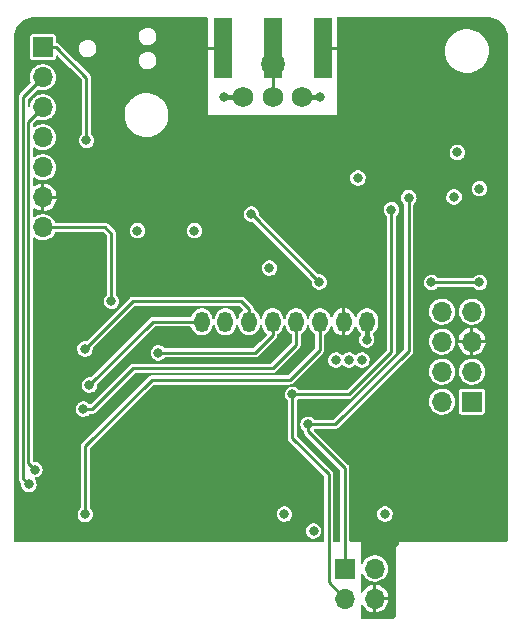
<source format=gbl>
G04 #@! TF.GenerationSoftware,KiCad,Pcbnew,(6.0.8-1)-1*
G04 #@! TF.CreationDate,2023-02-10T09:38:01+01:00*
G04 #@! TF.ProjectId,ithowifi_4l,6974686f-7769-4666-995f-346c2e6b6963,rev?*
G04 #@! TF.SameCoordinates,Original*
G04 #@! TF.FileFunction,Copper,L4,Bot*
G04 #@! TF.FilePolarity,Positive*
%FSLAX46Y46*%
G04 Gerber Fmt 4.6, Leading zero omitted, Abs format (unit mm)*
G04 Created by KiCad (PCBNEW (6.0.8-1)-1) date 2023-02-10 09:38:01*
%MOMM*%
%LPD*%
G01*
G04 APERTURE LIST*
G04 #@! TA.AperFunction,ComponentPad*
%ADD10R,1.700000X1.700000*%
G04 #@! TD*
G04 #@! TA.AperFunction,ComponentPad*
%ADD11O,1.700000X1.700000*%
G04 #@! TD*
G04 #@! TA.AperFunction,ComponentPad*
%ADD12C,2.000000*%
G04 #@! TD*
G04 #@! TA.AperFunction,SMDPad,CuDef*
%ADD13R,1.500000X5.080000*%
G04 #@! TD*
G04 #@! TA.AperFunction,SMDPad,CuDef*
%ADD14O,1.300000X1.750000*%
G04 #@! TD*
G04 #@! TA.AperFunction,SMDPad,CuDef*
%ADD15C,1.750000*%
G04 #@! TD*
G04 #@! TA.AperFunction,ViaPad*
%ADD16C,0.800000*%
G04 #@! TD*
G04 #@! TA.AperFunction,Conductor*
%ADD17C,0.406400*%
G04 #@! TD*
G04 #@! TA.AperFunction,Conductor*
%ADD18C,0.250000*%
G04 #@! TD*
G04 #@! TA.AperFunction,Conductor*
%ADD19C,0.254000*%
G04 #@! TD*
G04 #@! TA.AperFunction,Conductor*
%ADD20C,0.293370*%
G04 #@! TD*
G04 APERTURE END LIST*
D10*
X85725000Y-107797600D03*
D11*
X85725000Y-110337600D03*
X85725000Y-112877600D03*
X85725000Y-115417600D03*
X85725000Y-117957600D03*
X85725000Y-120497600D03*
X85725000Y-123037600D03*
D10*
X111292000Y-151928000D03*
D11*
X113832000Y-151928000D03*
X111292000Y-154468000D03*
X113832000Y-154468000D03*
D12*
X105182180Y-109251460D03*
D10*
X122047000Y-137795000D03*
D11*
X119507000Y-137795000D03*
X122047000Y-135255000D03*
X119507000Y-135255000D03*
X122047000Y-132715000D03*
X119507000Y-132715000D03*
X122047000Y-130175000D03*
X119507000Y-130175000D03*
D13*
X105181400Y-107848400D03*
X100931400Y-107848400D03*
X109431400Y-107848400D03*
D14*
X113172000Y-131039000D03*
X111172000Y-131039000D03*
X109172000Y-131039000D03*
X107172000Y-131039000D03*
X105172000Y-131039000D03*
X103172000Y-131039000D03*
X101172000Y-131039000D03*
X99172000Y-131039000D03*
D15*
X102672000Y-112039000D03*
X105172000Y-112039000D03*
X107672000Y-112039000D03*
D16*
X113792000Y-145796000D03*
X113792000Y-143764000D03*
X114681000Y-144780000D03*
X114681000Y-147320000D03*
X109220000Y-112014000D03*
X99187000Y-107442000D03*
X99187000Y-105918000D03*
X101092000Y-112014000D03*
X99187000Y-110871000D03*
X99187000Y-112522000D03*
X99187000Y-109093000D03*
X111125000Y-110871000D03*
X111125000Y-114173000D03*
X111125000Y-112522000D03*
X105918000Y-114173000D03*
X109220000Y-114173000D03*
X102489000Y-114173000D03*
X104140000Y-114173000D03*
X100965000Y-114173000D03*
X107569000Y-114173000D03*
X99187000Y-114173000D03*
X102432000Y-138568000D03*
X111632000Y-124168000D03*
X112732000Y-124168000D03*
X110532000Y-124168000D03*
X86741000Y-128270000D03*
X111125000Y-105918000D03*
X111125000Y-107442000D03*
X111125000Y-109093000D03*
X101727000Y-132715000D03*
X96647000Y-139750800D03*
X106172000Y-148590000D03*
X89154000Y-148590000D03*
X96647000Y-142798800D03*
X98171000Y-142798800D03*
X95148400Y-142798800D03*
X96647000Y-141274800D03*
X95148400Y-141274800D03*
X95148400Y-139750800D03*
X98171000Y-139750800D03*
X98171000Y-141274800D03*
X122682000Y-127698500D03*
X118618000Y-127698500D03*
X106172000Y-147320000D03*
X111632000Y-134268000D03*
X112732000Y-134268000D03*
X110532000Y-134268000D03*
X122682000Y-119761000D03*
X108631500Y-148751000D03*
X112395000Y-118872000D03*
X98552000Y-123317000D03*
X93726000Y-123317000D03*
X104902000Y-126492000D03*
X113132002Y-132568000D03*
X120813090Y-116686900D03*
X120532000Y-120468000D03*
X89407998Y-115671600D03*
X89309400Y-147345400D03*
X95504000Y-133668000D03*
X89154000Y-138430000D03*
X89662000Y-136397998D03*
X89281000Y-133350000D03*
X85039200Y-143560804D03*
X84531209Y-144805391D03*
X106849400Y-137185400D03*
X115232000Y-121538998D03*
X108174600Y-139725400D03*
X116697000Y-120539000D03*
X103378008Y-121920000D03*
X109132000Y-127668006D03*
X91524600Y-129294600D03*
D17*
X101117000Y-112039000D02*
X101092000Y-112014000D01*
D18*
X109431400Y-107848400D02*
X110718600Y-107848400D01*
X100931400Y-107848400D02*
X99593400Y-107848400D01*
X110718600Y-107848400D02*
X111125000Y-107442000D01*
D17*
X107672000Y-112039000D02*
X109195000Y-112039000D01*
D18*
X99593400Y-107848400D02*
X99187000Y-107442000D01*
D17*
X102672000Y-112039000D02*
X101117000Y-112039000D01*
X109195000Y-112039000D02*
X109220000Y-112014000D01*
D19*
X122682000Y-127698500D02*
X118618000Y-127698500D01*
D17*
X113172000Y-132528002D02*
X113132002Y-132568000D01*
X113172000Y-131039000D02*
X113172000Y-132528002D01*
D19*
X86829000Y-107797600D02*
X89407998Y-110376598D01*
X89407998Y-110376598D02*
X89407998Y-115671600D01*
X85725000Y-107797600D02*
X86829000Y-107797600D01*
X109172000Y-131039000D02*
X109172000Y-133398000D01*
X94918000Y-135968000D02*
X89309400Y-141576600D01*
X106602000Y-135968000D02*
X94918000Y-135968000D01*
X109172000Y-133398000D02*
X106602000Y-135968000D01*
X89309400Y-141576600D02*
X89309400Y-147345400D01*
X105172000Y-132168000D02*
X103672000Y-133668000D01*
X105172000Y-131039000D02*
X105172000Y-132168000D01*
X103672000Y-133668000D02*
X95504000Y-133668000D01*
X107172000Y-131039000D02*
X107172000Y-132985000D01*
X93378000Y-134968000D02*
X89916000Y-138430000D01*
X107172000Y-132985000D02*
X105189000Y-134968000D01*
X105189000Y-134968000D02*
X93378000Y-134968000D01*
X89916000Y-138430000D02*
X89154000Y-138430000D01*
X99172000Y-131039000D02*
X95020998Y-131039000D01*
X95020998Y-131039000D02*
X89662000Y-136397998D01*
X103172000Y-131039000D02*
X103172000Y-129932500D01*
X102525500Y-129286000D02*
X93345000Y-129286000D01*
X103172000Y-129932500D02*
X102525500Y-129286000D01*
X93345000Y-129286000D02*
X89281000Y-133350000D01*
D18*
X84498611Y-114103989D02*
X84498611Y-143020215D01*
X85725000Y-112877600D02*
X84498611Y-114103989D01*
X85039200Y-143560804D02*
X84498611Y-143020215D01*
X85725000Y-110337600D02*
X84048600Y-112014000D01*
X84048600Y-144322782D02*
X84531209Y-144805391D01*
X84048600Y-112014000D02*
X84048600Y-144322782D01*
D19*
X109932000Y-153108000D02*
X109932000Y-143968000D01*
X106849400Y-137185400D02*
X111614600Y-137185400D01*
X111614600Y-137185400D02*
X115232000Y-133568000D01*
X109932000Y-143968000D02*
X106849400Y-140885400D01*
X106849400Y-140885400D02*
X106849400Y-137185400D01*
X115232000Y-133568000D02*
X115232000Y-121538998D01*
X111292000Y-154468000D02*
X109932000Y-153108000D01*
X111292000Y-143428000D02*
X108174600Y-140310600D01*
X108174600Y-140310600D02*
X108174600Y-139725400D01*
X116697000Y-133503000D02*
X110474600Y-139725400D01*
X116697000Y-120539000D02*
X116697000Y-133503000D01*
X110474600Y-139725400D02*
X108174600Y-139725400D01*
X111292000Y-151928000D02*
X111292000Y-143428000D01*
X109132000Y-127668006D02*
X103383994Y-121920000D01*
X103383994Y-121920000D02*
X103378008Y-121920000D01*
D18*
X91524600Y-123579600D02*
X91524600Y-129294600D01*
X90982600Y-123037600D02*
X91524600Y-123579600D01*
X85725000Y-123037600D02*
X90982600Y-123037600D01*
D20*
X105172000Y-107857800D02*
X105181400Y-107848400D01*
X105172000Y-112039000D02*
X105172000Y-107857800D01*
G04 #@! TA.AperFunction,Conductor*
G36*
X99653531Y-105241713D02*
G01*
X99690076Y-105292013D01*
X99695000Y-105323100D01*
X99695000Y-113538000D01*
X110617000Y-113538000D01*
X110617000Y-108162186D01*
X119771018Y-108162186D01*
X119771364Y-108165812D01*
X119771364Y-108165815D01*
X119793590Y-108398774D01*
X119796579Y-108430100D01*
X119797443Y-108433631D01*
X119797444Y-108433637D01*
X119850253Y-108649449D01*
X119860547Y-108691518D01*
X119861914Y-108694893D01*
X119960217Y-108937592D01*
X119960220Y-108937599D01*
X119961583Y-108940963D01*
X119963421Y-108944103D01*
X119963423Y-108944106D01*
X119975063Y-108963986D01*
X120097569Y-109173210D01*
X120179577Y-109275756D01*
X120212761Y-109317250D01*
X120265658Y-109383395D01*
X120268320Y-109385881D01*
X120268323Y-109385885D01*
X120345080Y-109457587D01*
X120462327Y-109567113D01*
X120465317Y-109569187D01*
X120465318Y-109569188D01*
X120680461Y-109718438D01*
X120680465Y-109718440D01*
X120683457Y-109720516D01*
X120686719Y-109722139D01*
X120686721Y-109722140D01*
X120717693Y-109737548D01*
X120924416Y-109840391D01*
X120927874Y-109841525D01*
X120927875Y-109841525D01*
X121176693Y-109923092D01*
X121176696Y-109923093D01*
X121180156Y-109924227D01*
X121183750Y-109924851D01*
X121442299Y-109969743D01*
X121442305Y-109969744D01*
X121445319Y-109970267D01*
X121481922Y-109972089D01*
X121529116Y-109974439D01*
X121529129Y-109974439D01*
X121530348Y-109974500D01*
X121698374Y-109974500D01*
X121700188Y-109974368D01*
X121700199Y-109974368D01*
X121894788Y-109960249D01*
X121894790Y-109960249D01*
X121898425Y-109959985D01*
X121901983Y-109959199D01*
X121901986Y-109959199D01*
X122157667Y-109902749D01*
X122157670Y-109902748D01*
X122161226Y-109901963D01*
X122328025Y-109838769D01*
X122409501Y-109807901D01*
X122409504Y-109807900D01*
X122412900Y-109806613D01*
X122492933Y-109762159D01*
X122644989Y-109677699D01*
X122648172Y-109675931D01*
X122755008Y-109594396D01*
X122859210Y-109514872D01*
X122859212Y-109514870D01*
X122862116Y-109512654D01*
X122997809Y-109373847D01*
X123047696Y-109322815D01*
X123047699Y-109322812D01*
X123050249Y-109320203D01*
X123052395Y-109317255D01*
X123052399Y-109317250D01*
X123184383Y-109135922D01*
X123208630Y-109102610D01*
X123333941Y-108864433D01*
X123349365Y-108820757D01*
X123422345Y-108614095D01*
X123422346Y-108614091D01*
X123423557Y-108610662D01*
X123475601Y-108346611D01*
X123488982Y-108077814D01*
X123485439Y-108040673D01*
X123463767Y-107813525D01*
X123463767Y-107813523D01*
X123463421Y-107809900D01*
X123453100Y-107767718D01*
X123400319Y-107552021D01*
X123399453Y-107548482D01*
X123394922Y-107537296D01*
X123299783Y-107302408D01*
X123299780Y-107302401D01*
X123298417Y-107299037D01*
X123277980Y-107264132D01*
X123212490Y-107152285D01*
X123162431Y-107066790D01*
X123050018Y-106926224D01*
X122996619Y-106859452D01*
X122996618Y-106859450D01*
X122994342Y-106856605D01*
X122991680Y-106854119D01*
X122991677Y-106854115D01*
X122855347Y-106726763D01*
X122797673Y-106672887D01*
X122789011Y-106666878D01*
X122579539Y-106521562D01*
X122579535Y-106521560D01*
X122576543Y-106519484D01*
X122571056Y-106516754D01*
X122489611Y-106476236D01*
X122335584Y-106399609D01*
X122332125Y-106398475D01*
X122083307Y-106316908D01*
X122083304Y-106316907D01*
X122079844Y-106315773D01*
X122006596Y-106303055D01*
X121817701Y-106270257D01*
X121817695Y-106270256D01*
X121814681Y-106269733D01*
X121778078Y-106267911D01*
X121730884Y-106265561D01*
X121730871Y-106265561D01*
X121729652Y-106265500D01*
X121561626Y-106265500D01*
X121559812Y-106265632D01*
X121559801Y-106265632D01*
X121365212Y-106279751D01*
X121365210Y-106279751D01*
X121361575Y-106280015D01*
X121358017Y-106280801D01*
X121358014Y-106280801D01*
X121102333Y-106337251D01*
X121102330Y-106337252D01*
X121098774Y-106338037D01*
X121095369Y-106339327D01*
X120850499Y-106432099D01*
X120850496Y-106432100D01*
X120847100Y-106433387D01*
X120843924Y-106435151D01*
X120843922Y-106435152D01*
X120715169Y-106506668D01*
X120611828Y-106564069D01*
X120608930Y-106566280D01*
X120608931Y-106566280D01*
X120416196Y-106713371D01*
X120397884Y-106727346D01*
X120209751Y-106919797D01*
X120207605Y-106922745D01*
X120207601Y-106922750D01*
X120141728Y-107013251D01*
X120051370Y-107137390D01*
X120049671Y-107140620D01*
X120049670Y-107140621D01*
X120036283Y-107166066D01*
X119926059Y-107375567D01*
X119924846Y-107379001D01*
X119924845Y-107379004D01*
X119840425Y-107618063D01*
X119836443Y-107629338D01*
X119784399Y-107893389D01*
X119771018Y-108162186D01*
X110617000Y-108162186D01*
X110617000Y-105323100D01*
X110636213Y-105263969D01*
X110686513Y-105227424D01*
X110717600Y-105222500D01*
X123297025Y-105222500D01*
X123316650Y-105224433D01*
X123322281Y-105225553D01*
X123322282Y-105225553D01*
X123332000Y-105227486D01*
X123341719Y-105225553D01*
X123351624Y-105225553D01*
X123351624Y-105225556D01*
X123363946Y-105224785D01*
X123526499Y-105236411D01*
X123573237Y-105239754D01*
X123587444Y-105241797D01*
X123816735Y-105291676D01*
X123830507Y-105295720D01*
X124050366Y-105377723D01*
X124063419Y-105383684D01*
X124269385Y-105496150D01*
X124281441Y-105503898D01*
X124469303Y-105644530D01*
X124480143Y-105653923D01*
X124646077Y-105819857D01*
X124655470Y-105830697D01*
X124796102Y-106018559D01*
X124803850Y-106030615D01*
X124900931Y-106208404D01*
X124916315Y-106236578D01*
X124922277Y-106249634D01*
X125004280Y-106469493D01*
X125008324Y-106483265D01*
X125058203Y-106712556D01*
X125060246Y-106726763D01*
X125074264Y-106922750D01*
X125075215Y-106936052D01*
X125074444Y-106948376D01*
X125074447Y-106948376D01*
X125074447Y-106958281D01*
X125072514Y-106968000D01*
X125074447Y-106977718D01*
X125074447Y-106977719D01*
X125075567Y-106983350D01*
X125077500Y-107002975D01*
X125077500Y-149433025D01*
X125075567Y-149452650D01*
X125072514Y-149468000D01*
X125074447Y-149477717D01*
X125074447Y-149479361D01*
X125073210Y-149495089D01*
X125067976Y-149528133D01*
X125058253Y-149558056D01*
X125037848Y-149598104D01*
X125019348Y-149623567D01*
X125004380Y-149638535D01*
X124948982Y-149666761D01*
X124933245Y-149668000D01*
X115832000Y-149668000D01*
X115832000Y-149854827D01*
X115812787Y-149913958D01*
X115802535Y-149925962D01*
X115799726Y-149928771D01*
X115795906Y-149931906D01*
X115701620Y-150046794D01*
X115631560Y-150177868D01*
X115630126Y-150182594D01*
X115630126Y-150182595D01*
X115616509Y-150227486D01*
X115588417Y-150320092D01*
X115587934Y-150325000D01*
X115587933Y-150325003D01*
X115575642Y-150449792D01*
X115574446Y-150457849D01*
X115574446Y-150458285D01*
X115572514Y-150468000D01*
X115574447Y-150477718D01*
X115575567Y-150483350D01*
X115577500Y-150502975D01*
X115577500Y-155933025D01*
X115575567Y-155952650D01*
X115572514Y-155968000D01*
X115574447Y-155977717D01*
X115574447Y-155979361D01*
X115573210Y-155995089D01*
X115567976Y-156028133D01*
X115558253Y-156058056D01*
X115537848Y-156098104D01*
X115519348Y-156123567D01*
X115487567Y-156155348D01*
X115462106Y-156173847D01*
X115422056Y-156194253D01*
X115392133Y-156203976D01*
X115359089Y-156209210D01*
X115343361Y-156210447D01*
X115341717Y-156210447D01*
X115332000Y-156208514D01*
X115322282Y-156210447D01*
X115322281Y-156210447D01*
X115316650Y-156211567D01*
X115297025Y-156213500D01*
X112732600Y-156213500D01*
X112673469Y-156194287D01*
X112636924Y-156143987D01*
X112632000Y-156112900D01*
X112632000Y-155082028D01*
X112651213Y-155022897D01*
X112701513Y-154986352D01*
X112763687Y-154986352D01*
X112813987Y-155022897D01*
X112823959Y-155039911D01*
X112825700Y-155043687D01*
X112830289Y-155051635D01*
X112947456Y-155217424D01*
X112953428Y-155224416D01*
X113098846Y-155366077D01*
X113105982Y-155371855D01*
X113274782Y-155484644D01*
X113282857Y-155489027D01*
X113469379Y-155569164D01*
X113478118Y-155572003D01*
X113676123Y-155616807D01*
X113685233Y-155618006D01*
X113689079Y-155618157D01*
X113702124Y-155614478D01*
X113704779Y-155611110D01*
X113705000Y-155609873D01*
X113705000Y-155600611D01*
X113959000Y-155600611D01*
X113963188Y-155613501D01*
X113964378Y-155614365D01*
X113970453Y-155614883D01*
X114098176Y-155596364D01*
X114107103Y-155594221D01*
X114299349Y-155528963D01*
X114307733Y-155525230D01*
X114484865Y-155426031D01*
X114492433Y-155420830D01*
X114648518Y-155291015D01*
X114655015Y-155284518D01*
X114784830Y-155128433D01*
X114790031Y-155120865D01*
X114889230Y-154943733D01*
X114892963Y-154935349D01*
X114958221Y-154743103D01*
X114960364Y-154734176D01*
X114978258Y-154610768D01*
X114975963Y-154597411D01*
X114974909Y-154596385D01*
X114968969Y-154595000D01*
X113974933Y-154595000D01*
X113962043Y-154599188D01*
X113959000Y-154603377D01*
X113959000Y-155600611D01*
X113705000Y-155600611D01*
X113705000Y-154325067D01*
X113959000Y-154325067D01*
X113963188Y-154337957D01*
X113967377Y-154341000D01*
X114964144Y-154341000D01*
X114977034Y-154336812D01*
X114978729Y-154334479D01*
X114979140Y-154330801D01*
X114972749Y-154261241D01*
X114971076Y-154252219D01*
X114915968Y-154056821D01*
X114912677Y-154048247D01*
X114822886Y-153866168D01*
X114818091Y-153858343D01*
X114696618Y-153695672D01*
X114690473Y-153688847D01*
X114541397Y-153551043D01*
X114534108Y-153545449D01*
X114362415Y-153437120D01*
X114354228Y-153432948D01*
X114165668Y-153357720D01*
X114156867Y-153355113D01*
X113974628Y-153318863D01*
X113961168Y-153320456D01*
X113961134Y-153320487D01*
X113959000Y-153328665D01*
X113959000Y-154325067D01*
X113705000Y-154325067D01*
X113705000Y-153333948D01*
X113700812Y-153321058D01*
X113700197Y-153320611D01*
X113692937Y-153320088D01*
X113536380Y-153346989D01*
X113527508Y-153349366D01*
X113337047Y-153419631D01*
X113328748Y-153423590D01*
X113154282Y-153527386D01*
X113146850Y-153532786D01*
X112994216Y-153666642D01*
X112987895Y-153673303D01*
X112862208Y-153832737D01*
X112857208Y-153840436D01*
X112821630Y-153908058D01*
X112777094Y-153951443D01*
X112715563Y-153960364D01*
X112660540Y-153931415D01*
X112633041Y-153875652D01*
X112632000Y-153861217D01*
X112632000Y-152421875D01*
X112651213Y-152362744D01*
X112701513Y-152326199D01*
X112763687Y-152326199D01*
X112813987Y-152362744D01*
X112823958Y-152379757D01*
X112871377Y-152482616D01*
X112988533Y-152648389D01*
X113133938Y-152790035D01*
X113137774Y-152792598D01*
X113137775Y-152792599D01*
X113207517Y-152839199D01*
X113302720Y-152902812D01*
X113306956Y-152904632D01*
X113306958Y-152904633D01*
X113439283Y-152961484D01*
X113489228Y-152982942D01*
X113587161Y-153005102D01*
X113682716Y-153026724D01*
X113682719Y-153026724D01*
X113687216Y-153027742D01*
X113788635Y-153031727D01*
X113885444Y-153035531D01*
X113885445Y-153035531D01*
X113890053Y-153035712D01*
X113894610Y-153035051D01*
X113894615Y-153035051D01*
X113990499Y-153021148D01*
X114090945Y-153006584D01*
X114283165Y-152941334D01*
X114460276Y-152842147D01*
X114507265Y-152803067D01*
X114612798Y-152715295D01*
X114616345Y-152712345D01*
X114627737Y-152698648D01*
X114743199Y-152559821D01*
X114743201Y-152559818D01*
X114746147Y-152556276D01*
X114845334Y-152379165D01*
X114910584Y-152186945D01*
X114939712Y-151986053D01*
X114941232Y-151928000D01*
X114922658Y-151725859D01*
X114867557Y-151530487D01*
X114777776Y-151348428D01*
X114656320Y-151185779D01*
X114507258Y-151047987D01*
X114503362Y-151045529D01*
X114503357Y-151045525D01*
X114397443Y-150978699D01*
X114335581Y-150939667D01*
X114147039Y-150864446D01*
X113947946Y-150824844D01*
X113845351Y-150823501D01*
X113749585Y-150822247D01*
X113749581Y-150822247D01*
X113744971Y-150822187D01*
X113544910Y-150856564D01*
X113540588Y-150858158D01*
X113540586Y-150858159D01*
X113358791Y-150925227D01*
X113358788Y-150925228D01*
X113354463Y-150926824D01*
X113180010Y-151030612D01*
X113176544Y-151033651D01*
X113176542Y-151033653D01*
X113030859Y-151161414D01*
X113030856Y-151161417D01*
X113027392Y-151164455D01*
X112901720Y-151323869D01*
X112899574Y-151327948D01*
X112821630Y-151476094D01*
X112777094Y-151519479D01*
X112715563Y-151528400D01*
X112660540Y-151499451D01*
X112633041Y-151443688D01*
X112632000Y-151429253D01*
X112632000Y-149668000D01*
X111774100Y-149668000D01*
X111714969Y-149648787D01*
X111678424Y-149598487D01*
X111673500Y-149567400D01*
X111673500Y-147313096D01*
X114021729Y-147313096D01*
X114022394Y-147319120D01*
X114022394Y-147319124D01*
X114026456Y-147355910D01*
X114039113Y-147470553D01*
X114093553Y-147619319D01*
X114096939Y-147624358D01*
X114122922Y-147663024D01*
X114181908Y-147750805D01*
X114299076Y-147857419D01*
X114304403Y-147860311D01*
X114304404Y-147860312D01*
X114325704Y-147871877D01*
X114438293Y-147933008D01*
X114444163Y-147934548D01*
X114585655Y-147971668D01*
X114585656Y-147971668D01*
X114591522Y-147973207D01*
X114663716Y-147974341D01*
X114743852Y-147975600D01*
X114743854Y-147975600D01*
X114749916Y-147975695D01*
X114755827Y-147974341D01*
X114755829Y-147974341D01*
X114898422Y-147941683D01*
X114898425Y-147941682D01*
X114904332Y-147940329D01*
X115045855Y-147869151D01*
X115149900Y-147780288D01*
X115161705Y-147770206D01*
X115161707Y-147770204D01*
X115166314Y-147766269D01*
X115236966Y-147667947D01*
X115255218Y-147642547D01*
X115255220Y-147642544D01*
X115258755Y-147637624D01*
X115317842Y-147490641D01*
X115340162Y-147333807D01*
X115340307Y-147320000D01*
X115325079Y-147194155D01*
X115322005Y-147168755D01*
X115322004Y-147168753D01*
X115321276Y-147162733D01*
X115272988Y-147034943D01*
X115267425Y-147020222D01*
X115267424Y-147020221D01*
X115265280Y-147014546D01*
X115175553Y-146883992D01*
X115057275Y-146778611D01*
X114917274Y-146704484D01*
X114763633Y-146665892D01*
X114757576Y-146665860D01*
X114757574Y-146665860D01*
X114680450Y-146665456D01*
X114605221Y-146665062D01*
X114599324Y-146666478D01*
X114599322Y-146666478D01*
X114457082Y-146700627D01*
X114451184Y-146702043D01*
X114445798Y-146704823D01*
X114445795Y-146704824D01*
X114331997Y-146763560D01*
X114310414Y-146774700D01*
X114191039Y-146878838D01*
X114187553Y-146883798D01*
X114172401Y-146905357D01*
X114099950Y-147008444D01*
X114042406Y-147156037D01*
X114021729Y-147313096D01*
X111673500Y-147313096D01*
X111673500Y-143479433D01*
X111675754Y-143458259D01*
X111676596Y-143454350D01*
X111676596Y-143454342D01*
X111678345Y-143446220D01*
X111674197Y-143411173D01*
X111673728Y-143403209D01*
X111673500Y-143400451D01*
X111673500Y-143396308D01*
X111672820Y-143392220D01*
X111672819Y-143392213D01*
X111670213Y-143376555D01*
X111669545Y-143371865D01*
X111664394Y-143328349D01*
X111663417Y-143320092D01*
X111660053Y-143313086D01*
X111659198Y-143310385D01*
X111657922Y-143302717D01*
X111653975Y-143295402D01*
X111653974Y-143295399D01*
X111633169Y-143256842D01*
X111631016Y-143252618D01*
X111608440Y-143205602D01*
X111604830Y-143201308D01*
X111603285Y-143199763D01*
X111602464Y-143198868D01*
X111600867Y-143196976D01*
X111597612Y-143190943D01*
X111591506Y-143185299D01*
X111591504Y-143185296D01*
X111557448Y-143153816D01*
X111554600Y-143151078D01*
X108684924Y-140281401D01*
X108656698Y-140226003D01*
X108666424Y-140164595D01*
X108674355Y-140151573D01*
X108676342Y-140148807D01*
X108726445Y-140111992D01*
X108758046Y-140106900D01*
X110423167Y-140106900D01*
X110444339Y-140109153D01*
X110448254Y-140109996D01*
X110448256Y-140109996D01*
X110456380Y-140111745D01*
X110491428Y-140107597D01*
X110499388Y-140107128D01*
X110502147Y-140106900D01*
X110506292Y-140106900D01*
X110510380Y-140106220D01*
X110510387Y-140106219D01*
X110526033Y-140103615D01*
X110530724Y-140102947D01*
X110574254Y-140097795D01*
X110574255Y-140097795D01*
X110582507Y-140096818D01*
X110589516Y-140093452D01*
X110592217Y-140092598D01*
X110599883Y-140091322D01*
X110645781Y-140066556D01*
X110649970Y-140064422D01*
X110664150Y-140057613D01*
X110691293Y-140044580D01*
X110691296Y-140044578D01*
X110696998Y-140041840D01*
X110701292Y-140038230D01*
X110702837Y-140036685D01*
X110703732Y-140035864D01*
X110705624Y-140034267D01*
X110711657Y-140031012D01*
X110748785Y-139990847D01*
X110751523Y-139987999D01*
X112973558Y-137765964D01*
X118398148Y-137765964D01*
X118411424Y-137968522D01*
X118412557Y-137972983D01*
X118434228Y-138058310D01*
X118461392Y-138165269D01*
X118546377Y-138349616D01*
X118663533Y-138515389D01*
X118808938Y-138657035D01*
X118812774Y-138659598D01*
X118812775Y-138659599D01*
X118864249Y-138693993D01*
X118977720Y-138769812D01*
X118981956Y-138771632D01*
X118981958Y-138771633D01*
X119159989Y-138848121D01*
X119164228Y-138849942D01*
X119212236Y-138860805D01*
X119357716Y-138893724D01*
X119357719Y-138893724D01*
X119362216Y-138894742D01*
X119458748Y-138898535D01*
X119560444Y-138902531D01*
X119560445Y-138902531D01*
X119565053Y-138902712D01*
X119569610Y-138902051D01*
X119569615Y-138902051D01*
X119675713Y-138886667D01*
X119765945Y-138873584D01*
X119958165Y-138808334D01*
X120135276Y-138709147D01*
X120151748Y-138695448D01*
X120287798Y-138582295D01*
X120291345Y-138579345D01*
X120302737Y-138565648D01*
X120418199Y-138426821D01*
X120418201Y-138426818D01*
X120421147Y-138423276D01*
X120520334Y-138246165D01*
X120585584Y-138053945D01*
X120614712Y-137853053D01*
X120616232Y-137795000D01*
X120609371Y-137720335D01*
X120598080Y-137597447D01*
X120598079Y-137597442D01*
X120597658Y-137592859D01*
X120542557Y-137397487D01*
X120452776Y-137215428D01*
X120331320Y-137052779D01*
X120192960Y-136924880D01*
X120942500Y-136924880D01*
X120942501Y-137795797D01*
X120942501Y-138670066D01*
X120946983Y-138692600D01*
X120953153Y-138723620D01*
X120957266Y-138744301D01*
X120962769Y-138752536D01*
X120962769Y-138752537D01*
X121002320Y-138811728D01*
X121013516Y-138828484D01*
X121097699Y-138884734D01*
X121142895Y-138893724D01*
X121167081Y-138898535D01*
X121167082Y-138898535D01*
X121171933Y-138899500D01*
X121176880Y-138899500D01*
X122047796Y-138899499D01*
X122922066Y-138899499D01*
X122957548Y-138892442D01*
X122986584Y-138886667D01*
X122986586Y-138886666D01*
X122996301Y-138884734D01*
X123016347Y-138871340D01*
X123072247Y-138833988D01*
X123080484Y-138828484D01*
X123091833Y-138811500D01*
X123102159Y-138796045D01*
X123136734Y-138744301D01*
X123151500Y-138670067D01*
X123151500Y-137795000D01*
X123151499Y-136924872D01*
X123151499Y-136919934D01*
X123142332Y-136873844D01*
X123138667Y-136855416D01*
X123138666Y-136855414D01*
X123136734Y-136845699D01*
X123131230Y-136837461D01*
X123085988Y-136769753D01*
X123080484Y-136761516D01*
X122996301Y-136705266D01*
X122947761Y-136695611D01*
X122926919Y-136691465D01*
X122926918Y-136691465D01*
X122922067Y-136690500D01*
X122917120Y-136690500D01*
X122046204Y-136690501D01*
X121171934Y-136690501D01*
X121137665Y-136697317D01*
X121107416Y-136703333D01*
X121107414Y-136703334D01*
X121097699Y-136705266D01*
X121089464Y-136710769D01*
X121089463Y-136710769D01*
X121024185Y-136754387D01*
X121013516Y-136761516D01*
X120957266Y-136845699D01*
X120955333Y-136855418D01*
X120943974Y-136912525D01*
X120942500Y-136919933D01*
X120942500Y-136924880D01*
X120192960Y-136924880D01*
X120182258Y-136914987D01*
X120178362Y-136912529D01*
X120178357Y-136912525D01*
X120087847Y-136855418D01*
X120010581Y-136806667D01*
X120003646Y-136803900D01*
X119867021Y-136749392D01*
X119822039Y-136731446D01*
X119622946Y-136691844D01*
X119520351Y-136690501D01*
X119424585Y-136689247D01*
X119424581Y-136689247D01*
X119419971Y-136689187D01*
X119219910Y-136723564D01*
X119215588Y-136725158D01*
X119215586Y-136725159D01*
X119033791Y-136792227D01*
X119033788Y-136792228D01*
X119029463Y-136793824D01*
X118855010Y-136897612D01*
X118851544Y-136900651D01*
X118851542Y-136900653D01*
X118705859Y-137028414D01*
X118705856Y-137028417D01*
X118702392Y-137031455D01*
X118699539Y-137035074D01*
X118699538Y-137035075D01*
X118686822Y-137051205D01*
X118576720Y-137190869D01*
X118482203Y-137370515D01*
X118480836Y-137374918D01*
X118441426Y-137501840D01*
X118422007Y-137564378D01*
X118398148Y-137765964D01*
X112973558Y-137765964D01*
X115513559Y-135225964D01*
X118398148Y-135225964D01*
X118411424Y-135428522D01*
X118412557Y-135432983D01*
X118450974Y-135584247D01*
X118461392Y-135625269D01*
X118546377Y-135809616D01*
X118663533Y-135975389D01*
X118808938Y-136117035D01*
X118977720Y-136229812D01*
X118981956Y-136231632D01*
X118981958Y-136231633D01*
X119159989Y-136308121D01*
X119164228Y-136309942D01*
X119252753Y-136329973D01*
X119357716Y-136353724D01*
X119357719Y-136353724D01*
X119362216Y-136354742D01*
X119463635Y-136358727D01*
X119560444Y-136362531D01*
X119560445Y-136362531D01*
X119565053Y-136362712D01*
X119569610Y-136362051D01*
X119569615Y-136362051D01*
X119665499Y-136348148D01*
X119765945Y-136333584D01*
X119958165Y-136268334D01*
X120135276Y-136169147D01*
X120197934Y-136117035D01*
X120287798Y-136042295D01*
X120291345Y-136039345D01*
X120302737Y-136025648D01*
X120418199Y-135886821D01*
X120418201Y-135886818D01*
X120421147Y-135883276D01*
X120520334Y-135706165D01*
X120585584Y-135513945D01*
X120614712Y-135313053D01*
X120614844Y-135308042D01*
X120616155Y-135257956D01*
X120616155Y-135257949D01*
X120616232Y-135255000D01*
X120613564Y-135225964D01*
X120938148Y-135225964D01*
X120951424Y-135428522D01*
X120952557Y-135432983D01*
X120990974Y-135584247D01*
X121001392Y-135625269D01*
X121086377Y-135809616D01*
X121203533Y-135975389D01*
X121348938Y-136117035D01*
X121517720Y-136229812D01*
X121521956Y-136231632D01*
X121521958Y-136231633D01*
X121699989Y-136308121D01*
X121704228Y-136309942D01*
X121792753Y-136329973D01*
X121897716Y-136353724D01*
X121897719Y-136353724D01*
X121902216Y-136354742D01*
X122003635Y-136358727D01*
X122100444Y-136362531D01*
X122100445Y-136362531D01*
X122105053Y-136362712D01*
X122109610Y-136362051D01*
X122109615Y-136362051D01*
X122205499Y-136348148D01*
X122305945Y-136333584D01*
X122498165Y-136268334D01*
X122675276Y-136169147D01*
X122737934Y-136117035D01*
X122827798Y-136042295D01*
X122831345Y-136039345D01*
X122842737Y-136025648D01*
X122958199Y-135886821D01*
X122958201Y-135886818D01*
X122961147Y-135883276D01*
X123060334Y-135706165D01*
X123125584Y-135513945D01*
X123154712Y-135313053D01*
X123154844Y-135308042D01*
X123156155Y-135257956D01*
X123156155Y-135257949D01*
X123156232Y-135255000D01*
X123137658Y-135052859D01*
X123082557Y-134857487D01*
X122992776Y-134675428D01*
X122871320Y-134512779D01*
X122722258Y-134374987D01*
X122718362Y-134372529D01*
X122718357Y-134372525D01*
X122580594Y-134285604D01*
X122550581Y-134266667D01*
X122362039Y-134191446D01*
X122162946Y-134151844D01*
X122061459Y-134150516D01*
X121964585Y-134149247D01*
X121964581Y-134149247D01*
X121959971Y-134149187D01*
X121759910Y-134183564D01*
X121755588Y-134185158D01*
X121755586Y-134185159D01*
X121573791Y-134252227D01*
X121573788Y-134252228D01*
X121569463Y-134253824D01*
X121565497Y-134256184D01*
X121565496Y-134256184D01*
X121545635Y-134268000D01*
X121395010Y-134357612D01*
X121391544Y-134360651D01*
X121391542Y-134360653D01*
X121245859Y-134488414D01*
X121245856Y-134488417D01*
X121242392Y-134491455D01*
X121116720Y-134650869D01*
X121022203Y-134830515D01*
X120962007Y-135024378D01*
X120938148Y-135225964D01*
X120613564Y-135225964D01*
X120597658Y-135052859D01*
X120542557Y-134857487D01*
X120452776Y-134675428D01*
X120331320Y-134512779D01*
X120182258Y-134374987D01*
X120178362Y-134372529D01*
X120178357Y-134372525D01*
X120040594Y-134285604D01*
X120010581Y-134266667D01*
X119822039Y-134191446D01*
X119622946Y-134151844D01*
X119521459Y-134150516D01*
X119424585Y-134149247D01*
X119424581Y-134149247D01*
X119419971Y-134149187D01*
X119219910Y-134183564D01*
X119215588Y-134185158D01*
X119215586Y-134185159D01*
X119033791Y-134252227D01*
X119033788Y-134252228D01*
X119029463Y-134253824D01*
X119025497Y-134256184D01*
X119025496Y-134256184D01*
X119005635Y-134268000D01*
X118855010Y-134357612D01*
X118851544Y-134360651D01*
X118851542Y-134360653D01*
X118705859Y-134488414D01*
X118705856Y-134488417D01*
X118702392Y-134491455D01*
X118576720Y-134650869D01*
X118482203Y-134830515D01*
X118422007Y-135024378D01*
X118398148Y-135225964D01*
X115513559Y-135225964D01*
X116930395Y-133809128D01*
X116946959Y-133795751D01*
X116957304Y-133789071D01*
X116963821Y-133780805D01*
X116979153Y-133761356D01*
X116984449Y-133755396D01*
X116986236Y-133753287D01*
X116989171Y-133750352D01*
X117000834Y-133734032D01*
X117003627Y-133730312D01*
X117035934Y-133689330D01*
X117038509Y-133681997D01*
X117039818Y-133679478D01*
X117044334Y-133673158D01*
X117058096Y-133627139D01*
X117059269Y-133623218D01*
X117060727Y-133618730D01*
X117078016Y-133569498D01*
X117078500Y-133563909D01*
X117078500Y-133561744D01*
X117078554Y-133560495D01*
X117078762Y-133558041D01*
X117080725Y-133551476D01*
X117078578Y-133496839D01*
X117078500Y-133492889D01*
X117078500Y-132685964D01*
X118398148Y-132685964D01*
X118411424Y-132888522D01*
X118412557Y-132892983D01*
X118454331Y-133057465D01*
X118461392Y-133085269D01*
X118546377Y-133269616D01*
X118663533Y-133435389D01*
X118808938Y-133577035D01*
X118812774Y-133579598D01*
X118812775Y-133579599D01*
X118829628Y-133590860D01*
X118977720Y-133689812D01*
X118981956Y-133691632D01*
X118981958Y-133691633D01*
X119159989Y-133768121D01*
X119164228Y-133769942D01*
X119212236Y-133780805D01*
X119357716Y-133813724D01*
X119357719Y-133813724D01*
X119362216Y-133814742D01*
X119459206Y-133818553D01*
X119560444Y-133822531D01*
X119560445Y-133822531D01*
X119565053Y-133822712D01*
X119569610Y-133822051D01*
X119569615Y-133822051D01*
X119665499Y-133808148D01*
X119765945Y-133793584D01*
X119958165Y-133728334D01*
X120135276Y-133629147D01*
X120139924Y-133625282D01*
X120283046Y-133506247D01*
X120291345Y-133499345D01*
X120324967Y-133458919D01*
X120418199Y-133346821D01*
X120418201Y-133346818D01*
X120421147Y-133343276D01*
X120520334Y-133166165D01*
X120585584Y-132973945D01*
X120603330Y-132851555D01*
X120898590Y-132851555D01*
X120901230Y-132891831D01*
X120902664Y-132900885D01*
X120952640Y-133097668D01*
X120955703Y-133106315D01*
X121040702Y-133290691D01*
X121045289Y-133298635D01*
X121162456Y-133464424D01*
X121168428Y-133471416D01*
X121313846Y-133613077D01*
X121320982Y-133618855D01*
X121489782Y-133731644D01*
X121497857Y-133736027D01*
X121684379Y-133816164D01*
X121693118Y-133819003D01*
X121891123Y-133863807D01*
X121900233Y-133865006D01*
X121904079Y-133865157D01*
X121917124Y-133861478D01*
X121919779Y-133858110D01*
X121920000Y-133856873D01*
X121920000Y-133847611D01*
X122174000Y-133847611D01*
X122178188Y-133860501D01*
X122179378Y-133861365D01*
X122185453Y-133861883D01*
X122313176Y-133843364D01*
X122322103Y-133841221D01*
X122514349Y-133775963D01*
X122522733Y-133772230D01*
X122699865Y-133673031D01*
X122707433Y-133667830D01*
X122863518Y-133538015D01*
X122870015Y-133531518D01*
X122999830Y-133375433D01*
X123005031Y-133367865D01*
X123104230Y-133190733D01*
X123107963Y-133182349D01*
X123173221Y-132990103D01*
X123175364Y-132981176D01*
X123193258Y-132857768D01*
X123190963Y-132844411D01*
X123189909Y-132843385D01*
X123183969Y-132842000D01*
X122189933Y-132842000D01*
X122177043Y-132846188D01*
X122174000Y-132850377D01*
X122174000Y-133847611D01*
X121920000Y-133847611D01*
X121920000Y-132857933D01*
X121915812Y-132845043D01*
X121911623Y-132842000D01*
X120913897Y-132842000D01*
X120901007Y-132846188D01*
X120898898Y-132849091D01*
X120898590Y-132851555D01*
X120603330Y-132851555D01*
X120614712Y-132773053D01*
X120615771Y-132732637D01*
X120616155Y-132717956D01*
X120616155Y-132717949D01*
X120616232Y-132715000D01*
X120611764Y-132666375D01*
X120603109Y-132572177D01*
X120900961Y-132572177D01*
X120903605Y-132585470D01*
X120905204Y-132586948D01*
X120909997Y-132588000D01*
X121904067Y-132588000D01*
X121916957Y-132583812D01*
X121920000Y-132579623D01*
X121920000Y-132572067D01*
X122174000Y-132572067D01*
X122178188Y-132584957D01*
X122182377Y-132588000D01*
X123179144Y-132588000D01*
X123192034Y-132583812D01*
X123193729Y-132581479D01*
X123194140Y-132577801D01*
X123187749Y-132508241D01*
X123186076Y-132499219D01*
X123130968Y-132303821D01*
X123127677Y-132295247D01*
X123037886Y-132113168D01*
X123033091Y-132105343D01*
X122911618Y-131942672D01*
X122905473Y-131935847D01*
X122756397Y-131798043D01*
X122749108Y-131792449D01*
X122577415Y-131684120D01*
X122569228Y-131679948D01*
X122380668Y-131604720D01*
X122371867Y-131602113D01*
X122189628Y-131565863D01*
X122176168Y-131567456D01*
X122176134Y-131567487D01*
X122174000Y-131575665D01*
X122174000Y-132572067D01*
X121920000Y-132572067D01*
X121920000Y-131580948D01*
X121915812Y-131568058D01*
X121915197Y-131567611D01*
X121907937Y-131567088D01*
X121751380Y-131593989D01*
X121742508Y-131596366D01*
X121552047Y-131666631D01*
X121543748Y-131670590D01*
X121369282Y-131774386D01*
X121361850Y-131779786D01*
X121209216Y-131913642D01*
X121202895Y-131920303D01*
X121077208Y-132079737D01*
X121072208Y-132087436D01*
X120977679Y-132267105D01*
X120974166Y-132275587D01*
X120913963Y-132469473D01*
X120912055Y-132478450D01*
X120900961Y-132572177D01*
X120603109Y-132572177D01*
X120598080Y-132517447D01*
X120598079Y-132517442D01*
X120597658Y-132512859D01*
X120548387Y-132338158D01*
X120543809Y-132321926D01*
X120543809Y-132321925D01*
X120542557Y-132317487D01*
X120452776Y-132135428D01*
X120331320Y-131972779D01*
X120182258Y-131834987D01*
X120178362Y-131832529D01*
X120178357Y-131832525D01*
X120086211Y-131774386D01*
X120010581Y-131726667D01*
X119822039Y-131651446D01*
X119622946Y-131611844D01*
X119521459Y-131610516D01*
X119424585Y-131609247D01*
X119424581Y-131609247D01*
X119419971Y-131609187D01*
X119219910Y-131643564D01*
X119215588Y-131645158D01*
X119215586Y-131645159D01*
X119033791Y-131712227D01*
X119033788Y-131712228D01*
X119029463Y-131713824D01*
X118855010Y-131817612D01*
X118851544Y-131820651D01*
X118851542Y-131820653D01*
X118705859Y-131948414D01*
X118705856Y-131948417D01*
X118702392Y-131951455D01*
X118576720Y-132110869D01*
X118482203Y-132290515D01*
X118466374Y-132341493D01*
X118423848Y-132478450D01*
X118422007Y-132484378D01*
X118398148Y-132685964D01*
X117078500Y-132685964D01*
X117078500Y-130145964D01*
X118398148Y-130145964D01*
X118411424Y-130348522D01*
X118412557Y-130352983D01*
X118434855Y-130440779D01*
X118461392Y-130545269D01*
X118546377Y-130729616D01*
X118663533Y-130895389D01*
X118808938Y-131037035D01*
X118977720Y-131149812D01*
X118981956Y-131151632D01*
X118981958Y-131151633D01*
X119159989Y-131228121D01*
X119164228Y-131229942D01*
X119262161Y-131252102D01*
X119357716Y-131273724D01*
X119357719Y-131273724D01*
X119362216Y-131274742D01*
X119463634Y-131278727D01*
X119560444Y-131282531D01*
X119560445Y-131282531D01*
X119565053Y-131282712D01*
X119569610Y-131282051D01*
X119569615Y-131282051D01*
X119665499Y-131268148D01*
X119765945Y-131253584D01*
X119958165Y-131188334D01*
X120135276Y-131089147D01*
X120197934Y-131037035D01*
X120287798Y-130962295D01*
X120291345Y-130959345D01*
X120302737Y-130945648D01*
X120418199Y-130806821D01*
X120418201Y-130806818D01*
X120421147Y-130803276D01*
X120520334Y-130626165D01*
X120585584Y-130433945D01*
X120614712Y-130233053D01*
X120615812Y-130191075D01*
X120616155Y-130177956D01*
X120616155Y-130177949D01*
X120616232Y-130175000D01*
X120613564Y-130145964D01*
X120938148Y-130145964D01*
X120951424Y-130348522D01*
X120952557Y-130352983D01*
X120974855Y-130440779D01*
X121001392Y-130545269D01*
X121086377Y-130729616D01*
X121203533Y-130895389D01*
X121348938Y-131037035D01*
X121517720Y-131149812D01*
X121521956Y-131151632D01*
X121521958Y-131151633D01*
X121699989Y-131228121D01*
X121704228Y-131229942D01*
X121802161Y-131252102D01*
X121897716Y-131273724D01*
X121897719Y-131273724D01*
X121902216Y-131274742D01*
X122003634Y-131278727D01*
X122100444Y-131282531D01*
X122100445Y-131282531D01*
X122105053Y-131282712D01*
X122109610Y-131282051D01*
X122109615Y-131282051D01*
X122205499Y-131268148D01*
X122305945Y-131253584D01*
X122498165Y-131188334D01*
X122675276Y-131089147D01*
X122737934Y-131037035D01*
X122827798Y-130962295D01*
X122831345Y-130959345D01*
X122842737Y-130945648D01*
X122958199Y-130806821D01*
X122958201Y-130806818D01*
X122961147Y-130803276D01*
X123060334Y-130626165D01*
X123125584Y-130433945D01*
X123154712Y-130233053D01*
X123155812Y-130191075D01*
X123156155Y-130177956D01*
X123156155Y-130177949D01*
X123156232Y-130175000D01*
X123152559Y-130135022D01*
X123138080Y-129977447D01*
X123138079Y-129977442D01*
X123137658Y-129972859D01*
X123082557Y-129777487D01*
X122992776Y-129595428D01*
X122871320Y-129432779D01*
X122722258Y-129294987D01*
X122718362Y-129292529D01*
X122718357Y-129292525D01*
X122636419Y-129240827D01*
X122550581Y-129186667D01*
X122362039Y-129111446D01*
X122162946Y-129071844D01*
X122061458Y-129070515D01*
X121964585Y-129069247D01*
X121964581Y-129069247D01*
X121959971Y-129069187D01*
X121759910Y-129103564D01*
X121755588Y-129105158D01*
X121755586Y-129105159D01*
X121573791Y-129172227D01*
X121573788Y-129172228D01*
X121569463Y-129173824D01*
X121395010Y-129277612D01*
X121391544Y-129280651D01*
X121391542Y-129280653D01*
X121245859Y-129408414D01*
X121245856Y-129408417D01*
X121242392Y-129411455D01*
X121239539Y-129415074D01*
X121239538Y-129415075D01*
X121211338Y-129450847D01*
X121116720Y-129570869D01*
X121022203Y-129750515D01*
X121018840Y-129761346D01*
X120963598Y-129939255D01*
X120962007Y-129944378D01*
X120938148Y-130145964D01*
X120613564Y-130145964D01*
X120612559Y-130135022D01*
X120598080Y-129977447D01*
X120598079Y-129977442D01*
X120597658Y-129972859D01*
X120542557Y-129777487D01*
X120452776Y-129595428D01*
X120331320Y-129432779D01*
X120182258Y-129294987D01*
X120178362Y-129292529D01*
X120178357Y-129292525D01*
X120096419Y-129240827D01*
X120010581Y-129186667D01*
X119822039Y-129111446D01*
X119622946Y-129071844D01*
X119521458Y-129070515D01*
X119424585Y-129069247D01*
X119424581Y-129069247D01*
X119419971Y-129069187D01*
X119219910Y-129103564D01*
X119215588Y-129105158D01*
X119215586Y-129105159D01*
X119033791Y-129172227D01*
X119033788Y-129172228D01*
X119029463Y-129173824D01*
X118855010Y-129277612D01*
X118851544Y-129280651D01*
X118851542Y-129280653D01*
X118705859Y-129408414D01*
X118705856Y-129408417D01*
X118702392Y-129411455D01*
X118699539Y-129415074D01*
X118699538Y-129415075D01*
X118671338Y-129450847D01*
X118576720Y-129570869D01*
X118482203Y-129750515D01*
X118478840Y-129761346D01*
X118423598Y-129939255D01*
X118422007Y-129944378D01*
X118398148Y-130145964D01*
X117078500Y-130145964D01*
X117078500Y-127691596D01*
X117958729Y-127691596D01*
X117959394Y-127697620D01*
X117959394Y-127697624D01*
X117961376Y-127715571D01*
X117976113Y-127849053D01*
X117978197Y-127854747D01*
X118026093Y-127985630D01*
X118030553Y-127997819D01*
X118033939Y-128002858D01*
X118101161Y-128102894D01*
X118118908Y-128129305D01*
X118236076Y-128235919D01*
X118241403Y-128238811D01*
X118241404Y-128238812D01*
X118262704Y-128250377D01*
X118375293Y-128311508D01*
X118381163Y-128313048D01*
X118522655Y-128350168D01*
X118522656Y-128350168D01*
X118528522Y-128351707D01*
X118600716Y-128352841D01*
X118680852Y-128354100D01*
X118680854Y-128354100D01*
X118686916Y-128354195D01*
X118692827Y-128352841D01*
X118692829Y-128352841D01*
X118835422Y-128320183D01*
X118835425Y-128320182D01*
X118841332Y-128318829D01*
X118982855Y-128247651D01*
X119049806Y-128190470D01*
X119098705Y-128148706D01*
X119098707Y-128148704D01*
X119103314Y-128144769D01*
X119106852Y-128139845D01*
X119106857Y-128139840D01*
X119119751Y-128121896D01*
X119169859Y-128085088D01*
X119201446Y-128080000D01*
X122096173Y-128080000D01*
X122155304Y-128099213D01*
X122175275Y-128119928D01*
X122175562Y-128119680D01*
X122179526Y-128124273D01*
X122182908Y-128129305D01*
X122187393Y-128133386D01*
X122282453Y-128219883D01*
X122300076Y-128235919D01*
X122305403Y-128238811D01*
X122305404Y-128238812D01*
X122326704Y-128250377D01*
X122439293Y-128311508D01*
X122445163Y-128313048D01*
X122586655Y-128350168D01*
X122586656Y-128350168D01*
X122592522Y-128351707D01*
X122664716Y-128352841D01*
X122744852Y-128354100D01*
X122744854Y-128354100D01*
X122750916Y-128354195D01*
X122756827Y-128352841D01*
X122756829Y-128352841D01*
X122899422Y-128320183D01*
X122899425Y-128320182D01*
X122905332Y-128318829D01*
X123046855Y-128247651D01*
X123113806Y-128190470D01*
X123162705Y-128148706D01*
X123162707Y-128148704D01*
X123167314Y-128144769D01*
X123213855Y-128080000D01*
X123256218Y-128021047D01*
X123256220Y-128021044D01*
X123259755Y-128016124D01*
X123277347Y-127972364D01*
X123316580Y-127874767D01*
X123318842Y-127869141D01*
X123341162Y-127712307D01*
X123341307Y-127698500D01*
X123336782Y-127661102D01*
X123323005Y-127547255D01*
X123323004Y-127547253D01*
X123322276Y-127541233D01*
X123316636Y-127526306D01*
X123268425Y-127398722D01*
X123268424Y-127398721D01*
X123266280Y-127393046D01*
X123176553Y-127262492D01*
X123058275Y-127157111D01*
X122968550Y-127109604D01*
X122923636Y-127085823D01*
X122918274Y-127082984D01*
X122764633Y-127044392D01*
X122758576Y-127044360D01*
X122758574Y-127044360D01*
X122681450Y-127043956D01*
X122606221Y-127043562D01*
X122600324Y-127044978D01*
X122600322Y-127044978D01*
X122458082Y-127079127D01*
X122452184Y-127080543D01*
X122446798Y-127083323D01*
X122446795Y-127083324D01*
X122368416Y-127123779D01*
X122311414Y-127153200D01*
X122267663Y-127191367D01*
X122196611Y-127253349D01*
X122196609Y-127253351D01*
X122192039Y-127257338D01*
X122180157Y-127274245D01*
X122130439Y-127311576D01*
X122097851Y-127317000D01*
X119202943Y-127317000D01*
X119143812Y-127297787D01*
X119120039Y-127273384D01*
X119112553Y-127262492D01*
X118994275Y-127157111D01*
X118904550Y-127109604D01*
X118859636Y-127085823D01*
X118854274Y-127082984D01*
X118700633Y-127044392D01*
X118694576Y-127044360D01*
X118694574Y-127044360D01*
X118617450Y-127043956D01*
X118542221Y-127043562D01*
X118536324Y-127044978D01*
X118536322Y-127044978D01*
X118394082Y-127079127D01*
X118388184Y-127080543D01*
X118382798Y-127083323D01*
X118382795Y-127083324D01*
X118304416Y-127123779D01*
X118247414Y-127153200D01*
X118187727Y-127205269D01*
X118132612Y-127253349D01*
X118128039Y-127257338D01*
X118036950Y-127386944D01*
X118034747Y-127392595D01*
X117986337Y-127516761D01*
X117979406Y-127534537D01*
X117958729Y-127691596D01*
X117078500Y-127691596D01*
X117078500Y-121120313D01*
X117097713Y-121061182D01*
X117113765Y-121043817D01*
X117177700Y-120989210D01*
X117177701Y-120989209D01*
X117182314Y-120985269D01*
X117244445Y-120898805D01*
X117271218Y-120861547D01*
X117271220Y-120861544D01*
X117274755Y-120856624D01*
X117333842Y-120709641D01*
X117356162Y-120552807D01*
X117356307Y-120539000D01*
X117348115Y-120471298D01*
X117346880Y-120461096D01*
X119872729Y-120461096D01*
X119873394Y-120467120D01*
X119873394Y-120467124D01*
X119875376Y-120485071D01*
X119890113Y-120618553D01*
X119944553Y-120767319D01*
X119947939Y-120772358D01*
X120023558Y-120884890D01*
X120032908Y-120898805D01*
X120150076Y-121005419D01*
X120155403Y-121008311D01*
X120155404Y-121008312D01*
X120176704Y-121019877D01*
X120289293Y-121081008D01*
X120295163Y-121082548D01*
X120436655Y-121119668D01*
X120436656Y-121119668D01*
X120442522Y-121121207D01*
X120514716Y-121122341D01*
X120594852Y-121123600D01*
X120594854Y-121123600D01*
X120600916Y-121123695D01*
X120606827Y-121122341D01*
X120606829Y-121122341D01*
X120749422Y-121089683D01*
X120749425Y-121089682D01*
X120755332Y-121088329D01*
X120896855Y-121017151D01*
X121006129Y-120923822D01*
X121012705Y-120918206D01*
X121012707Y-120918204D01*
X121017314Y-120914269D01*
X121075985Y-120832620D01*
X121106218Y-120790547D01*
X121106220Y-120790544D01*
X121109755Y-120785624D01*
X121114950Y-120772703D01*
X121166580Y-120644267D01*
X121168842Y-120638641D01*
X121191162Y-120481807D01*
X121191307Y-120468000D01*
X121184798Y-120414207D01*
X121173005Y-120316755D01*
X121173004Y-120316753D01*
X121172276Y-120310733D01*
X121164760Y-120290841D01*
X121118425Y-120168222D01*
X121118424Y-120168221D01*
X121116280Y-120162546D01*
X121026553Y-120031992D01*
X120908275Y-119926611D01*
X120890590Y-119917247D01*
X120773636Y-119855323D01*
X120768274Y-119852484D01*
X120614633Y-119813892D01*
X120608576Y-119813860D01*
X120608574Y-119813860D01*
X120531450Y-119813456D01*
X120456221Y-119813062D01*
X120450324Y-119814478D01*
X120450322Y-119814478D01*
X120308082Y-119848627D01*
X120302184Y-119850043D01*
X120296798Y-119852823D01*
X120296795Y-119852824D01*
X120194690Y-119905525D01*
X120161414Y-119922700D01*
X120151165Y-119931641D01*
X120078796Y-119994773D01*
X120042039Y-120026838D01*
X119950950Y-120156444D01*
X119893406Y-120304037D01*
X119872729Y-120461096D01*
X117346880Y-120461096D01*
X117338005Y-120387755D01*
X117338004Y-120387753D01*
X117337276Y-120381733D01*
X117331920Y-120367557D01*
X117283425Y-120239222D01*
X117283424Y-120239221D01*
X117281280Y-120233546D01*
X117191553Y-120102992D01*
X117073275Y-119997611D01*
X117060636Y-119990919D01*
X116938636Y-119926323D01*
X116933274Y-119923484D01*
X116779633Y-119884892D01*
X116773576Y-119884860D01*
X116773574Y-119884860D01*
X116696450Y-119884456D01*
X116621221Y-119884062D01*
X116615324Y-119885478D01*
X116615322Y-119885478D01*
X116482995Y-119917247D01*
X116467184Y-119921043D01*
X116461798Y-119923823D01*
X116461795Y-119923824D01*
X116331802Y-119990919D01*
X116326414Y-119993700D01*
X116207039Y-120097838D01*
X116115950Y-120227444D01*
X116058406Y-120375037D01*
X116037729Y-120532096D01*
X116038394Y-120538120D01*
X116038394Y-120538124D01*
X116040376Y-120556071D01*
X116055113Y-120689553D01*
X116057197Y-120695247D01*
X116090270Y-120785624D01*
X116109553Y-120838319D01*
X116112939Y-120843358D01*
X116167009Y-120923822D01*
X116197908Y-120969805D01*
X116228548Y-120997685D01*
X116282605Y-121046873D01*
X116313410Y-121100879D01*
X116315500Y-121121280D01*
X116315500Y-133303308D01*
X116296287Y-133362439D01*
X116286035Y-133374443D01*
X110346042Y-139314435D01*
X110290644Y-139342661D01*
X110274907Y-139343900D01*
X108759543Y-139343900D01*
X108700412Y-139324687D01*
X108676639Y-139300284D01*
X108669153Y-139289392D01*
X108550875Y-139184011D01*
X108410874Y-139109884D01*
X108257233Y-139071292D01*
X108251176Y-139071260D01*
X108251174Y-139071260D01*
X108174050Y-139070856D01*
X108098821Y-139070462D01*
X108092924Y-139071878D01*
X108092922Y-139071878D01*
X107950682Y-139106027D01*
X107944784Y-139107443D01*
X107939398Y-139110223D01*
X107939395Y-139110224D01*
X107809402Y-139177319D01*
X107804014Y-139180100D01*
X107684639Y-139284238D01*
X107593550Y-139413844D01*
X107536006Y-139561437D01*
X107515329Y-139718496D01*
X107515994Y-139724520D01*
X107515994Y-139724524D01*
X107524021Y-139797224D01*
X107532713Y-139875953D01*
X107534797Y-139881647D01*
X107574758Y-139990847D01*
X107587153Y-140024719D01*
X107590539Y-140029758D01*
X107670537Y-140148807D01*
X107675508Y-140156205D01*
X107684729Y-140164595D01*
X107756070Y-140229511D01*
X107786875Y-140283518D01*
X107787586Y-140292459D01*
X107788255Y-140292380D01*
X107792403Y-140327429D01*
X107792872Y-140335388D01*
X107793100Y-140338147D01*
X107793100Y-140342292D01*
X107793780Y-140346380D01*
X107793781Y-140346387D01*
X107796385Y-140362033D01*
X107797053Y-140366724D01*
X107803182Y-140418507D01*
X107806548Y-140425516D01*
X107807402Y-140428217D01*
X107808678Y-140435883D01*
X107833444Y-140481781D01*
X107835583Y-140485980D01*
X107855420Y-140527293D01*
X107855422Y-140527296D01*
X107858160Y-140532998D01*
X107861770Y-140537292D01*
X107863315Y-140538837D01*
X107864136Y-140539732D01*
X107865733Y-140541624D01*
X107868988Y-140547657D01*
X107875094Y-140553301D01*
X107875096Y-140553304D01*
X107909152Y-140584784D01*
X107912000Y-140587522D01*
X110881035Y-143556558D01*
X110909261Y-143611956D01*
X110910500Y-143627693D01*
X110910500Y-149567400D01*
X110891287Y-149626531D01*
X110840987Y-149663076D01*
X110809900Y-149668000D01*
X110414100Y-149668000D01*
X110354969Y-149648787D01*
X110318424Y-149598487D01*
X110313500Y-149567400D01*
X110313500Y-144019437D01*
X110315753Y-143998264D01*
X110316597Y-143994345D01*
X110316597Y-143994344D01*
X110318346Y-143986220D01*
X110314197Y-143951165D01*
X110313729Y-143943225D01*
X110313500Y-143940455D01*
X110313500Y-143936308D01*
X110312819Y-143932216D01*
X110310215Y-143916570D01*
X110309547Y-143911877D01*
X110304395Y-143868346D01*
X110304395Y-143868345D01*
X110303418Y-143860093D01*
X110300052Y-143853084D01*
X110299198Y-143850383D01*
X110297922Y-143842717D01*
X110273156Y-143796819D01*
X110271017Y-143792620D01*
X110251179Y-143751306D01*
X110248440Y-143745602D01*
X110244831Y-143741308D01*
X110243298Y-143739775D01*
X110242457Y-143738858D01*
X110240865Y-143736972D01*
X110237612Y-143730943D01*
X110197460Y-143693828D01*
X110194613Y-143691090D01*
X107260365Y-140756842D01*
X107232139Y-140701444D01*
X107230900Y-140685707D01*
X107230900Y-137766713D01*
X107250113Y-137707582D01*
X107266165Y-137690217D01*
X107330100Y-137635610D01*
X107330101Y-137635609D01*
X107334714Y-137631669D01*
X107338252Y-137626746D01*
X107338257Y-137626740D01*
X107351151Y-137608796D01*
X107401259Y-137571988D01*
X107432846Y-137566900D01*
X111563167Y-137566900D01*
X111584339Y-137569153D01*
X111588254Y-137569996D01*
X111588256Y-137569996D01*
X111596380Y-137571745D01*
X111631428Y-137567597D01*
X111639388Y-137567128D01*
X111642147Y-137566900D01*
X111646292Y-137566900D01*
X111650380Y-137566220D01*
X111650387Y-137566219D01*
X111666033Y-137563615D01*
X111670724Y-137562947D01*
X111714254Y-137557795D01*
X111714255Y-137557795D01*
X111722507Y-137556818D01*
X111729516Y-137553452D01*
X111732217Y-137552598D01*
X111739883Y-137551322D01*
X111785781Y-137526556D01*
X111789970Y-137524422D01*
X111804150Y-137517613D01*
X111831293Y-137504580D01*
X111831296Y-137504578D01*
X111836998Y-137501840D01*
X111841292Y-137498230D01*
X111842837Y-137496685D01*
X111843732Y-137495864D01*
X111845624Y-137494267D01*
X111851657Y-137491012D01*
X111857301Y-137484906D01*
X111857304Y-137484904D01*
X111888784Y-137450848D01*
X111891522Y-137448000D01*
X115465395Y-133874128D01*
X115481959Y-133860751D01*
X115492304Y-133854071D01*
X115514153Y-133826356D01*
X115519449Y-133820396D01*
X115521236Y-133818287D01*
X115524171Y-133815352D01*
X115535834Y-133799032D01*
X115538627Y-133795312D01*
X115570934Y-133754330D01*
X115573509Y-133746997D01*
X115574818Y-133744478D01*
X115579334Y-133738158D01*
X115582272Y-133728334D01*
X115594269Y-133688218D01*
X115595727Y-133683730D01*
X115613016Y-133634498D01*
X115613500Y-133628909D01*
X115613500Y-133626744D01*
X115613554Y-133625495D01*
X115613762Y-133623041D01*
X115615725Y-133616476D01*
X115613578Y-133561839D01*
X115613500Y-133557889D01*
X115613500Y-122120311D01*
X115632713Y-122061180D01*
X115648765Y-122043815D01*
X115712700Y-121989208D01*
X115712701Y-121989207D01*
X115717314Y-121985267D01*
X115769174Y-121913096D01*
X115806218Y-121861545D01*
X115806220Y-121861542D01*
X115809755Y-121856622D01*
X115868842Y-121709639D01*
X115891162Y-121552805D01*
X115891307Y-121538998D01*
X115888312Y-121514244D01*
X115873005Y-121387753D01*
X115873004Y-121387751D01*
X115872276Y-121381731D01*
X115868569Y-121371919D01*
X115818425Y-121239220D01*
X115818424Y-121239219D01*
X115816280Y-121233544D01*
X115726553Y-121102990D01*
X115608275Y-120997609D01*
X115468274Y-120923482D01*
X115314633Y-120884890D01*
X115308576Y-120884858D01*
X115308574Y-120884858D01*
X115231450Y-120884454D01*
X115156221Y-120884060D01*
X115150324Y-120885476D01*
X115150322Y-120885476D01*
X115050901Y-120909345D01*
X115002184Y-120921041D01*
X114996798Y-120923821D01*
X114996795Y-120923822D01*
X114900870Y-120973333D01*
X114861414Y-120993698D01*
X114831405Y-121019877D01*
X114756061Y-121085604D01*
X114742039Y-121097836D01*
X114738553Y-121102796D01*
X114723932Y-121123600D01*
X114650950Y-121227442D01*
X114635959Y-121265892D01*
X114617157Y-121314118D01*
X114593406Y-121375035D01*
X114572729Y-121532094D01*
X114573394Y-121538118D01*
X114573394Y-121538122D01*
X114575239Y-121554830D01*
X114590113Y-121689551D01*
X114592197Y-121695245D01*
X114616894Y-121762733D01*
X114644553Y-121838317D01*
X114647939Y-121843356D01*
X114709148Y-121934444D01*
X114732908Y-121969803D01*
X114767589Y-122001360D01*
X114817605Y-122046871D01*
X114848410Y-122100877D01*
X114850500Y-122121278D01*
X114850500Y-133368308D01*
X114831287Y-133427439D01*
X114821035Y-133439443D01*
X111486042Y-136774435D01*
X111430644Y-136802661D01*
X111414907Y-136803900D01*
X107434343Y-136803900D01*
X107375212Y-136784687D01*
X107351439Y-136760284D01*
X107343953Y-136749392D01*
X107225675Y-136644011D01*
X107085674Y-136569884D01*
X106932033Y-136531292D01*
X106925976Y-136531260D01*
X106925974Y-136531260D01*
X106848850Y-136530856D01*
X106773621Y-136530462D01*
X106767724Y-136531878D01*
X106767722Y-136531878D01*
X106639611Y-136562635D01*
X106619584Y-136567443D01*
X106614198Y-136570223D01*
X106614195Y-136570224D01*
X106484202Y-136637319D01*
X106478814Y-136640100D01*
X106422545Y-136689187D01*
X106374103Y-136731446D01*
X106359439Y-136744238D01*
X106268350Y-136873844D01*
X106210806Y-137021437D01*
X106190129Y-137178496D01*
X106190794Y-137184520D01*
X106190794Y-137184524D01*
X106198821Y-137257224D01*
X106207513Y-137335953D01*
X106209597Y-137341647D01*
X106249026Y-137449393D01*
X106261953Y-137484719D01*
X106265339Y-137489758D01*
X106331641Y-137588425D01*
X106350308Y-137616205D01*
X106421554Y-137681034D01*
X106435005Y-137693273D01*
X106465810Y-137747279D01*
X106467900Y-137767680D01*
X106467900Y-140833967D01*
X106465647Y-140855139D01*
X106463055Y-140867180D01*
X106464032Y-140875434D01*
X106467203Y-140902229D01*
X106467672Y-140910188D01*
X106467900Y-140912947D01*
X106467900Y-140917092D01*
X106468580Y-140921180D01*
X106468581Y-140921187D01*
X106471185Y-140936833D01*
X106471853Y-140941524D01*
X106477982Y-140993307D01*
X106481348Y-141000316D01*
X106482202Y-141003017D01*
X106483478Y-141010683D01*
X106508244Y-141056581D01*
X106510383Y-141060780D01*
X106530220Y-141102093D01*
X106530222Y-141102096D01*
X106532960Y-141107798D01*
X106536570Y-141112092D01*
X106538115Y-141113637D01*
X106538936Y-141114532D01*
X106540533Y-141116424D01*
X106543788Y-141122457D01*
X106549897Y-141128104D01*
X106583953Y-141159585D01*
X106586801Y-141162323D01*
X109521035Y-144096557D01*
X109549261Y-144151955D01*
X109550500Y-144167692D01*
X109550500Y-149567400D01*
X109531287Y-149626531D01*
X109480987Y-149663076D01*
X109449900Y-149668000D01*
X83387100Y-149668000D01*
X83327969Y-149648787D01*
X83291424Y-149598487D01*
X83286500Y-149567400D01*
X83286500Y-148744096D01*
X107972229Y-148744096D01*
X107972894Y-148750120D01*
X107972894Y-148750124D01*
X107974876Y-148768071D01*
X107989613Y-148901553D01*
X108044053Y-149050319D01*
X108047439Y-149055358D01*
X108059662Y-149073547D01*
X108132408Y-149181805D01*
X108249576Y-149288419D01*
X108254903Y-149291311D01*
X108254904Y-149291312D01*
X108276204Y-149302877D01*
X108388793Y-149364008D01*
X108394663Y-149365548D01*
X108536155Y-149402668D01*
X108536156Y-149402668D01*
X108542022Y-149404207D01*
X108614216Y-149405341D01*
X108694352Y-149406600D01*
X108694354Y-149406600D01*
X108700416Y-149406695D01*
X108706327Y-149405341D01*
X108706329Y-149405341D01*
X108848922Y-149372683D01*
X108848925Y-149372682D01*
X108854832Y-149371329D01*
X108996355Y-149300151D01*
X109063306Y-149242970D01*
X109112205Y-149201206D01*
X109112207Y-149201204D01*
X109116814Y-149197269D01*
X109148054Y-149153794D01*
X109205718Y-149073547D01*
X109205720Y-149073544D01*
X109209255Y-149068624D01*
X109268342Y-148921641D01*
X109290662Y-148764807D01*
X109290807Y-148751000D01*
X109271776Y-148593733D01*
X109215780Y-148445546D01*
X109126053Y-148314992D01*
X109007775Y-148209611D01*
X108867774Y-148135484D01*
X108714133Y-148096892D01*
X108708076Y-148096860D01*
X108708074Y-148096860D01*
X108630950Y-148096456D01*
X108555721Y-148096062D01*
X108549824Y-148097478D01*
X108549822Y-148097478D01*
X108407582Y-148131627D01*
X108401684Y-148133043D01*
X108396298Y-148135823D01*
X108396295Y-148135824D01*
X108266302Y-148202919D01*
X108260914Y-148205700D01*
X108141539Y-148309838D01*
X108050450Y-148439444D01*
X107992906Y-148587037D01*
X107972229Y-148744096D01*
X83286500Y-148744096D01*
X83286500Y-144304658D01*
X83664280Y-144304658D01*
X83665257Y-144312913D01*
X83668403Y-144339492D01*
X83668862Y-144347281D01*
X83669100Y-144350160D01*
X83669100Y-144354306D01*
X83669781Y-144358396D01*
X83669781Y-144358398D01*
X83672368Y-144373942D01*
X83673036Y-144378635D01*
X83678152Y-144421864D01*
X83678153Y-144421867D01*
X83679130Y-144430123D01*
X83682498Y-144437136D01*
X83683319Y-144439731D01*
X83684596Y-144447408D01*
X83688546Y-144454728D01*
X83709213Y-144493031D01*
X83711366Y-144497256D01*
X83715379Y-144505613D01*
X83733819Y-144544014D01*
X83737414Y-144548290D01*
X83738959Y-144549835D01*
X83739810Y-144550763D01*
X83741345Y-144552583D01*
X83744590Y-144558596D01*
X83750696Y-144564240D01*
X83784530Y-144595516D01*
X83787378Y-144598254D01*
X83850315Y-144661191D01*
X83878541Y-144716589D01*
X83878919Y-144745456D01*
X83874373Y-144779991D01*
X83871938Y-144798487D01*
X83872603Y-144804511D01*
X83872603Y-144804515D01*
X83874585Y-144822462D01*
X83889322Y-144955944D01*
X83943762Y-145104710D01*
X83947148Y-145109749D01*
X83959371Y-145127938D01*
X84032117Y-145236196D01*
X84149285Y-145342810D01*
X84154612Y-145345702D01*
X84154613Y-145345703D01*
X84175913Y-145357268D01*
X84288502Y-145418399D01*
X84294372Y-145419939D01*
X84435864Y-145457059D01*
X84435865Y-145457059D01*
X84441731Y-145458598D01*
X84513925Y-145459732D01*
X84594061Y-145460991D01*
X84594063Y-145460991D01*
X84600125Y-145461086D01*
X84606036Y-145459732D01*
X84606038Y-145459732D01*
X84748631Y-145427074D01*
X84748634Y-145427073D01*
X84754541Y-145425720D01*
X84896064Y-145354542D01*
X84963015Y-145297361D01*
X85011914Y-145255597D01*
X85011916Y-145255595D01*
X85016523Y-145251660D01*
X85047763Y-145208185D01*
X85105427Y-145127938D01*
X85105429Y-145127935D01*
X85108964Y-145123015D01*
X85168051Y-144976032D01*
X85190371Y-144819198D01*
X85190516Y-144805391D01*
X85183264Y-144745456D01*
X85172214Y-144654146D01*
X85172213Y-144654144D01*
X85171485Y-144648124D01*
X85152641Y-144598254D01*
X85117634Y-144505613D01*
X85117633Y-144505612D01*
X85115489Y-144499937D01*
X85030499Y-144376275D01*
X85028621Y-144373542D01*
X85010962Y-144313928D01*
X85031717Y-144255320D01*
X85082957Y-144220105D01*
X85101012Y-144216513D01*
X85102052Y-144216404D01*
X85108116Y-144216499D01*
X85118979Y-144214011D01*
X85256622Y-144182487D01*
X85256625Y-144182486D01*
X85262532Y-144181133D01*
X85404055Y-144109955D01*
X85510038Y-144019437D01*
X85519905Y-144011010D01*
X85519907Y-144011008D01*
X85524514Y-144007073D01*
X85575364Y-143936308D01*
X85613418Y-143883351D01*
X85613420Y-143883348D01*
X85616955Y-143878428D01*
X85628587Y-143849494D01*
X85670351Y-143745602D01*
X85676042Y-143731445D01*
X85698362Y-143574611D01*
X85698507Y-143560804D01*
X85688661Y-143479433D01*
X85680205Y-143409559D01*
X85680204Y-143409557D01*
X85679476Y-143403537D01*
X85676745Y-143396308D01*
X85625625Y-143261026D01*
X85625624Y-143261025D01*
X85623480Y-143255350D01*
X85533753Y-143124796D01*
X85415475Y-143019415D01*
X85275474Y-142945288D01*
X85121833Y-142906696D01*
X85115776Y-142906664D01*
X85115774Y-142906664D01*
X84978184Y-142905943D01*
X84919154Y-142886420D01*
X84882873Y-142835929D01*
X84878111Y-142805344D01*
X84878111Y-138423096D01*
X88494729Y-138423096D01*
X88495394Y-138429120D01*
X88495394Y-138429124D01*
X88503421Y-138501825D01*
X88512113Y-138580553D01*
X88514197Y-138586247D01*
X88559996Y-138711400D01*
X88566553Y-138729319D01*
X88569939Y-138734358D01*
X88646385Y-138848121D01*
X88654908Y-138860805D01*
X88772076Y-138967419D01*
X88777403Y-138970311D01*
X88777404Y-138970312D01*
X88798704Y-138981877D01*
X88911293Y-139043008D01*
X88917163Y-139044548D01*
X89058655Y-139081668D01*
X89058656Y-139081668D01*
X89064522Y-139083207D01*
X89136716Y-139084341D01*
X89216852Y-139085600D01*
X89216854Y-139085600D01*
X89222916Y-139085695D01*
X89228827Y-139084341D01*
X89228829Y-139084341D01*
X89371422Y-139051683D01*
X89371425Y-139051682D01*
X89377332Y-139050329D01*
X89518855Y-138979151D01*
X89585806Y-138921970D01*
X89634705Y-138880206D01*
X89634707Y-138880204D01*
X89639314Y-138876269D01*
X89642852Y-138871346D01*
X89642857Y-138871340D01*
X89655751Y-138853396D01*
X89705859Y-138816588D01*
X89737446Y-138811500D01*
X89864567Y-138811500D01*
X89885739Y-138813753D01*
X89889654Y-138814596D01*
X89889656Y-138814596D01*
X89897780Y-138816345D01*
X89932828Y-138812197D01*
X89940788Y-138811728D01*
X89943547Y-138811500D01*
X89947692Y-138811500D01*
X89951780Y-138810820D01*
X89951787Y-138810819D01*
X89967433Y-138808215D01*
X89972124Y-138807547D01*
X90015654Y-138802395D01*
X90015655Y-138802395D01*
X90023907Y-138801418D01*
X90030916Y-138798052D01*
X90033617Y-138797198D01*
X90041283Y-138795922D01*
X90087181Y-138771156D01*
X90091370Y-138769022D01*
X90125697Y-138752539D01*
X90132693Y-138749180D01*
X90132696Y-138749178D01*
X90138398Y-138746440D01*
X90142692Y-138742830D01*
X90144237Y-138741285D01*
X90145132Y-138740464D01*
X90147024Y-138738867D01*
X90153057Y-138735612D01*
X90158701Y-138729506D01*
X90158704Y-138729504D01*
X90190184Y-138695448D01*
X90192922Y-138692600D01*
X93506558Y-135378965D01*
X93561956Y-135350739D01*
X93577693Y-135349500D01*
X105137567Y-135349500D01*
X105158739Y-135351753D01*
X105162654Y-135352596D01*
X105162656Y-135352596D01*
X105170780Y-135354345D01*
X105205828Y-135350197D01*
X105213788Y-135349728D01*
X105216547Y-135349500D01*
X105220692Y-135349500D01*
X105224780Y-135348820D01*
X105224787Y-135348819D01*
X105240433Y-135346215D01*
X105245124Y-135345547D01*
X105288654Y-135340395D01*
X105288655Y-135340395D01*
X105296907Y-135339418D01*
X105303916Y-135336052D01*
X105306617Y-135335198D01*
X105314283Y-135333922D01*
X105360181Y-135309156D01*
X105364370Y-135307022D01*
X105378550Y-135300213D01*
X105405693Y-135287180D01*
X105405696Y-135287178D01*
X105411398Y-135284440D01*
X105415692Y-135280830D01*
X105417237Y-135279285D01*
X105418132Y-135278464D01*
X105420024Y-135276867D01*
X105426057Y-135273612D01*
X105431701Y-135267506D01*
X105431704Y-135267504D01*
X105463184Y-135233448D01*
X105465922Y-135230600D01*
X107405395Y-133291128D01*
X107421959Y-133277751D01*
X107432304Y-133271071D01*
X107443052Y-133257438D01*
X107454153Y-133243356D01*
X107459449Y-133237396D01*
X107461236Y-133235287D01*
X107464171Y-133232352D01*
X107475834Y-133216032D01*
X107478627Y-133212312D01*
X107510934Y-133171330D01*
X107513509Y-133163997D01*
X107514818Y-133161478D01*
X107519334Y-133155158D01*
X107526665Y-133130646D01*
X107534269Y-133105218D01*
X107535727Y-133100730D01*
X107553016Y-133051498D01*
X107553500Y-133045909D01*
X107553500Y-133043744D01*
X107553554Y-133042495D01*
X107553762Y-133040041D01*
X107555725Y-133033476D01*
X107553578Y-132978839D01*
X107553500Y-132974889D01*
X107553500Y-132149575D01*
X107572713Y-132090444D01*
X107613181Y-132057673D01*
X107621918Y-132053783D01*
X107621923Y-132053780D01*
X107626741Y-132051635D01*
X107780562Y-131939877D01*
X107877222Y-131832525D01*
X107904254Y-131802503D01*
X107904255Y-131802501D01*
X107907786Y-131798580D01*
X107921755Y-131774386D01*
X107973870Y-131684120D01*
X108002853Y-131633920D01*
X108061608Y-131453092D01*
X108062732Y-131442403D01*
X108071951Y-131354683D01*
X108097239Y-131297884D01*
X108151084Y-131266796D01*
X108212918Y-131273295D01*
X108259122Y-131314898D01*
X108272049Y-131354683D01*
X108281269Y-131442403D01*
X108282392Y-131453092D01*
X108341147Y-131633920D01*
X108370130Y-131684120D01*
X108422246Y-131774386D01*
X108436214Y-131798580D01*
X108439745Y-131802501D01*
X108439746Y-131802503D01*
X108466778Y-131832525D01*
X108563438Y-131939877D01*
X108717259Y-132051635D01*
X108722077Y-132053780D01*
X108722082Y-132053783D01*
X108730819Y-132057673D01*
X108777023Y-132099276D01*
X108790500Y-132149575D01*
X108790500Y-133198307D01*
X108771287Y-133257438D01*
X108761035Y-133269442D01*
X106473442Y-135557035D01*
X106418044Y-135585261D01*
X106402307Y-135586500D01*
X94969433Y-135586500D01*
X94948261Y-135584247D01*
X94944346Y-135583404D01*
X94944344Y-135583404D01*
X94936220Y-135581655D01*
X94914319Y-135584247D01*
X94901171Y-135585803D01*
X94893212Y-135586272D01*
X94890453Y-135586500D01*
X94886308Y-135586500D01*
X94882220Y-135587180D01*
X94882213Y-135587181D01*
X94866567Y-135589785D01*
X94861876Y-135590453D01*
X94818346Y-135595605D01*
X94818345Y-135595605D01*
X94810093Y-135596582D01*
X94803084Y-135599948D01*
X94800383Y-135600802D01*
X94792717Y-135602078D01*
X94746819Y-135626844D01*
X94742630Y-135628978D01*
X94741622Y-135629462D01*
X94701307Y-135648820D01*
X94701304Y-135648822D01*
X94695602Y-135651560D01*
X94691308Y-135655170D01*
X94689763Y-135656715D01*
X94688868Y-135657536D01*
X94686976Y-135659133D01*
X94680943Y-135662388D01*
X94675296Y-135668497D01*
X94643815Y-135702553D01*
X94641077Y-135705401D01*
X89076005Y-141270472D01*
X89059441Y-141283849D01*
X89049096Y-141290529D01*
X89043948Y-141297059D01*
X89027247Y-141318244D01*
X89021969Y-141324184D01*
X89020171Y-141326306D01*
X89017229Y-141329248D01*
X89014812Y-141332631D01*
X89005596Y-141345527D01*
X89002750Y-141349318D01*
X88970466Y-141390270D01*
X88967890Y-141397604D01*
X88966581Y-141400125D01*
X88962066Y-141406443D01*
X88959685Y-141414406D01*
X88959684Y-141414407D01*
X88947132Y-141456380D01*
X88945674Y-141460867D01*
X88928384Y-141510102D01*
X88927900Y-141515691D01*
X88927900Y-141517856D01*
X88927846Y-141519105D01*
X88927638Y-141521559D01*
X88925675Y-141528124D01*
X88926002Y-141536434D01*
X88927822Y-141582761D01*
X88927900Y-141586711D01*
X88927900Y-146763881D01*
X88908687Y-146823012D01*
X88893432Y-146839689D01*
X88824009Y-146900251D01*
X88819439Y-146904238D01*
X88728350Y-147033844D01*
X88670806Y-147181437D01*
X88650129Y-147338496D01*
X88650794Y-147344520D01*
X88650794Y-147344524D01*
X88652776Y-147362471D01*
X88667513Y-147495953D01*
X88669597Y-147501647D01*
X88719357Y-147637624D01*
X88721953Y-147644719D01*
X88725339Y-147649758D01*
X88795984Y-147754888D01*
X88810308Y-147776205D01*
X88927476Y-147882819D01*
X88932803Y-147885711D01*
X88932804Y-147885712D01*
X88954104Y-147897277D01*
X89066693Y-147958408D01*
X89072563Y-147959948D01*
X89214055Y-147997068D01*
X89214056Y-147997068D01*
X89219922Y-147998607D01*
X89292116Y-147999741D01*
X89372252Y-148001000D01*
X89372254Y-148001000D01*
X89378316Y-148001095D01*
X89384227Y-147999741D01*
X89384229Y-147999741D01*
X89526822Y-147967083D01*
X89526825Y-147967082D01*
X89532732Y-147965729D01*
X89674255Y-147894551D01*
X89741206Y-147837370D01*
X89790105Y-147795606D01*
X89790107Y-147795604D01*
X89794714Y-147791669D01*
X89827697Y-147745768D01*
X89883618Y-147667947D01*
X89883620Y-147667944D01*
X89887155Y-147663024D01*
X89899628Y-147631998D01*
X89943980Y-147521667D01*
X89946242Y-147516041D01*
X89968562Y-147359207D01*
X89968707Y-147345400D01*
X89966033Y-147323298D01*
X89964798Y-147313096D01*
X105512729Y-147313096D01*
X105513394Y-147319120D01*
X105513394Y-147319124D01*
X105517456Y-147355910D01*
X105530113Y-147470553D01*
X105584553Y-147619319D01*
X105587939Y-147624358D01*
X105613922Y-147663024D01*
X105672908Y-147750805D01*
X105790076Y-147857419D01*
X105795403Y-147860311D01*
X105795404Y-147860312D01*
X105816704Y-147871877D01*
X105929293Y-147933008D01*
X105935163Y-147934548D01*
X106076655Y-147971668D01*
X106076656Y-147971668D01*
X106082522Y-147973207D01*
X106154716Y-147974341D01*
X106234852Y-147975600D01*
X106234854Y-147975600D01*
X106240916Y-147975695D01*
X106246827Y-147974341D01*
X106246829Y-147974341D01*
X106389422Y-147941683D01*
X106389425Y-147941682D01*
X106395332Y-147940329D01*
X106536855Y-147869151D01*
X106640900Y-147780288D01*
X106652705Y-147770206D01*
X106652707Y-147770204D01*
X106657314Y-147766269D01*
X106727966Y-147667947D01*
X106746218Y-147642547D01*
X106746220Y-147642544D01*
X106749755Y-147637624D01*
X106808842Y-147490641D01*
X106831162Y-147333807D01*
X106831307Y-147320000D01*
X106816079Y-147194155D01*
X106813005Y-147168755D01*
X106813004Y-147168753D01*
X106812276Y-147162733D01*
X106763988Y-147034943D01*
X106758425Y-147020222D01*
X106758424Y-147020221D01*
X106756280Y-147014546D01*
X106666553Y-146883992D01*
X106548275Y-146778611D01*
X106408274Y-146704484D01*
X106254633Y-146665892D01*
X106248576Y-146665860D01*
X106248574Y-146665860D01*
X106171450Y-146665456D01*
X106096221Y-146665062D01*
X106090324Y-146666478D01*
X106090322Y-146666478D01*
X105948082Y-146700627D01*
X105942184Y-146702043D01*
X105936798Y-146704823D01*
X105936795Y-146704824D01*
X105822997Y-146763560D01*
X105801414Y-146774700D01*
X105682039Y-146878838D01*
X105678553Y-146883798D01*
X105663401Y-146905357D01*
X105590950Y-147008444D01*
X105533406Y-147156037D01*
X105512729Y-147313096D01*
X89964798Y-147313096D01*
X89950405Y-147194155D01*
X89950404Y-147194153D01*
X89949676Y-147188133D01*
X89893680Y-147039946D01*
X89803953Y-146909392D01*
X89724578Y-146838672D01*
X89693209Y-146784991D01*
X89690900Y-146763560D01*
X89690900Y-141776292D01*
X89710113Y-141717161D01*
X89720365Y-141705157D01*
X95046558Y-136378965D01*
X95101956Y-136350739D01*
X95117693Y-136349500D01*
X106550567Y-136349500D01*
X106571739Y-136351753D01*
X106575654Y-136352596D01*
X106575656Y-136352596D01*
X106583780Y-136354345D01*
X106618828Y-136350197D01*
X106626788Y-136349728D01*
X106629547Y-136349500D01*
X106633692Y-136349500D01*
X106637780Y-136348820D01*
X106637787Y-136348819D01*
X106653433Y-136346215D01*
X106658124Y-136345547D01*
X106701654Y-136340395D01*
X106701655Y-136340395D01*
X106709907Y-136339418D01*
X106716916Y-136336052D01*
X106719617Y-136335198D01*
X106727283Y-136333922D01*
X106773181Y-136309156D01*
X106777370Y-136307022D01*
X106810437Y-136291144D01*
X106818693Y-136287180D01*
X106818696Y-136287178D01*
X106824398Y-136284440D01*
X106828692Y-136280830D01*
X106830237Y-136279285D01*
X106831132Y-136278464D01*
X106833024Y-136276867D01*
X106839057Y-136273612D01*
X106844701Y-136267506D01*
X106844704Y-136267504D01*
X106876184Y-136233448D01*
X106878922Y-136230600D01*
X108848427Y-134261096D01*
X109872729Y-134261096D01*
X109873394Y-134267120D01*
X109873394Y-134267124D01*
X109879376Y-134321302D01*
X109890113Y-134418553D01*
X109892197Y-134424247D01*
X109940790Y-134557035D01*
X109944553Y-134567319D01*
X109947939Y-134572358D01*
X110005959Y-134658700D01*
X110032908Y-134698805D01*
X110150076Y-134805419D01*
X110155403Y-134808311D01*
X110155404Y-134808312D01*
X110176704Y-134819877D01*
X110289293Y-134881008D01*
X110295163Y-134882548D01*
X110436655Y-134919668D01*
X110436656Y-134919668D01*
X110442522Y-134921207D01*
X110514716Y-134922341D01*
X110594852Y-134923600D01*
X110594854Y-134923600D01*
X110600916Y-134923695D01*
X110606827Y-134922341D01*
X110606829Y-134922341D01*
X110749422Y-134889683D01*
X110749425Y-134889682D01*
X110755332Y-134888329D01*
X110896855Y-134817151D01*
X111017314Y-134714269D01*
X111019069Y-134716324D01*
X111063637Y-134691230D01*
X111125397Y-134698396D01*
X111151195Y-134715445D01*
X111245592Y-134801339D01*
X111250076Y-134805419D01*
X111255403Y-134808311D01*
X111255404Y-134808312D01*
X111276704Y-134819877D01*
X111389293Y-134881008D01*
X111395163Y-134882548D01*
X111536655Y-134919668D01*
X111536656Y-134919668D01*
X111542522Y-134921207D01*
X111614716Y-134922341D01*
X111694852Y-134923600D01*
X111694854Y-134923600D01*
X111700916Y-134923695D01*
X111706827Y-134922341D01*
X111706829Y-134922341D01*
X111849422Y-134889683D01*
X111849425Y-134889682D01*
X111855332Y-134888329D01*
X111996855Y-134817151D01*
X112117314Y-134714269D01*
X112119069Y-134716324D01*
X112163637Y-134691230D01*
X112225397Y-134698396D01*
X112251195Y-134715445D01*
X112345592Y-134801339D01*
X112350076Y-134805419D01*
X112355403Y-134808311D01*
X112355404Y-134808312D01*
X112376704Y-134819877D01*
X112489293Y-134881008D01*
X112495163Y-134882548D01*
X112636655Y-134919668D01*
X112636656Y-134919668D01*
X112642522Y-134921207D01*
X112714716Y-134922341D01*
X112794852Y-134923600D01*
X112794854Y-134923600D01*
X112800916Y-134923695D01*
X112806827Y-134922341D01*
X112806829Y-134922341D01*
X112949422Y-134889683D01*
X112949425Y-134889682D01*
X112955332Y-134888329D01*
X113096855Y-134817151D01*
X113163806Y-134759970D01*
X113212705Y-134718206D01*
X113212707Y-134718204D01*
X113217314Y-134714269D01*
X113254594Y-134662388D01*
X113306218Y-134590547D01*
X113306220Y-134590544D01*
X113309755Y-134585624D01*
X113368842Y-134438641D01*
X113391162Y-134281807D01*
X113391307Y-134268000D01*
X113389399Y-134252227D01*
X113373005Y-134116755D01*
X113373004Y-134116753D01*
X113372276Y-134110733D01*
X113365866Y-134093768D01*
X113318425Y-133968222D01*
X113318424Y-133968221D01*
X113316280Y-133962546D01*
X113226553Y-133831992D01*
X113131137Y-133746980D01*
X113112804Y-133730646D01*
X113112803Y-133730645D01*
X113108275Y-133726611D01*
X113006166Y-133672547D01*
X112973636Y-133655323D01*
X112968274Y-133652484D01*
X112814633Y-133613892D01*
X112808576Y-133613860D01*
X112808574Y-133613860D01*
X112731450Y-133613456D01*
X112656221Y-133613062D01*
X112650324Y-133614478D01*
X112650322Y-133614478D01*
X112528938Y-133643620D01*
X112502184Y-133650043D01*
X112496798Y-133652823D01*
X112496795Y-133652824D01*
X112421605Y-133691633D01*
X112361414Y-133722700D01*
X112247597Y-133821989D01*
X112190409Y-133846383D01*
X112129804Y-133832503D01*
X112114547Y-133821296D01*
X112031137Y-133746980D01*
X112012804Y-133730646D01*
X112012803Y-133730645D01*
X112008275Y-133726611D01*
X111906166Y-133672547D01*
X111873636Y-133655323D01*
X111868274Y-133652484D01*
X111714633Y-133613892D01*
X111708576Y-133613860D01*
X111708574Y-133613860D01*
X111631450Y-133613456D01*
X111556221Y-133613062D01*
X111550324Y-133614478D01*
X111550322Y-133614478D01*
X111428938Y-133643620D01*
X111402184Y-133650043D01*
X111396798Y-133652823D01*
X111396795Y-133652824D01*
X111321605Y-133691633D01*
X111261414Y-133722700D01*
X111147597Y-133821989D01*
X111090409Y-133846383D01*
X111029804Y-133832503D01*
X111014547Y-133821296D01*
X110931137Y-133746980D01*
X110912804Y-133730646D01*
X110912803Y-133730645D01*
X110908275Y-133726611D01*
X110806166Y-133672547D01*
X110773636Y-133655323D01*
X110768274Y-133652484D01*
X110614633Y-133613892D01*
X110608576Y-133613860D01*
X110608574Y-133613860D01*
X110531450Y-133613456D01*
X110456221Y-133613062D01*
X110450324Y-133614478D01*
X110450322Y-133614478D01*
X110328938Y-133643620D01*
X110302184Y-133650043D01*
X110296798Y-133652823D01*
X110296795Y-133652824D01*
X110221605Y-133691633D01*
X110161414Y-133722700D01*
X110132334Y-133748068D01*
X110046769Y-133822712D01*
X110042039Y-133826838D01*
X109950950Y-133956444D01*
X109930833Y-134008042D01*
X109898335Y-134091396D01*
X109893406Y-134104037D01*
X109872729Y-134261096D01*
X108848427Y-134261096D01*
X109405395Y-133704128D01*
X109421959Y-133690751D01*
X109432304Y-133684071D01*
X109445108Y-133667830D01*
X109454153Y-133656356D01*
X109459431Y-133650416D01*
X109461229Y-133648294D01*
X109464171Y-133645352D01*
X109475804Y-133629073D01*
X109478650Y-133625282D01*
X109505786Y-133590860D01*
X109510934Y-133584330D01*
X109513510Y-133576996D01*
X109514819Y-133574475D01*
X109519334Y-133568157D01*
X109524096Y-133552236D01*
X109534268Y-133518220D01*
X109535726Y-133513733D01*
X109553016Y-133464498D01*
X109553500Y-133458909D01*
X109553500Y-133456744D01*
X109553554Y-133455495D01*
X109553762Y-133453041D01*
X109555725Y-133446476D01*
X109555290Y-133435389D01*
X109553578Y-133391828D01*
X109553500Y-133387879D01*
X109553500Y-132149575D01*
X109572713Y-132090444D01*
X109613181Y-132057673D01*
X109621918Y-132053783D01*
X109621923Y-132053780D01*
X109626741Y-132051635D01*
X109780562Y-131939877D01*
X109877222Y-131832525D01*
X109904254Y-131802503D01*
X109904255Y-131802501D01*
X109907786Y-131798580D01*
X109921755Y-131774386D01*
X109973870Y-131684120D01*
X110002853Y-131633920D01*
X110050253Y-131488039D01*
X110086798Y-131437739D01*
X110145929Y-131418526D01*
X110205060Y-131437739D01*
X110241926Y-131489042D01*
X110288363Y-131637221D01*
X110292351Y-131646527D01*
X110381454Y-131807274D01*
X110387239Y-131815597D01*
X110506840Y-131955136D01*
X110514181Y-131962127D01*
X110659395Y-132074767D01*
X110667999Y-132080143D01*
X110832895Y-132161282D01*
X110842396Y-132164816D01*
X111020248Y-132211142D01*
X111029372Y-132212555D01*
X111042181Y-132209123D01*
X111044659Y-132206062D01*
X111045000Y-132204223D01*
X111045000Y-132194529D01*
X111299000Y-132194529D01*
X111303188Y-132207419D01*
X111304243Y-132208185D01*
X111310598Y-132208708D01*
X111405635Y-132194335D01*
X111415459Y-132191812D01*
X111587931Y-132128354D01*
X111597046Y-132123909D01*
X111753241Y-132027064D01*
X111761274Y-132020877D01*
X111894798Y-131894609D01*
X111901431Y-131886925D01*
X112006845Y-131736380D01*
X112011786Y-131727537D01*
X112084776Y-131558869D01*
X112087842Y-131549205D01*
X112098883Y-131496355D01*
X112129782Y-131442403D01*
X112186493Y-131416916D01*
X112247353Y-131429631D01*
X112289117Y-131475690D01*
X112293032Y-131485839D01*
X112341147Y-131633920D01*
X112370130Y-131684120D01*
X112422246Y-131774386D01*
X112436214Y-131798580D01*
X112439745Y-131802501D01*
X112439746Y-131802503D01*
X112466778Y-131832525D01*
X112563438Y-131939877D01*
X112567705Y-131942977D01*
X112567706Y-131942978D01*
X112622925Y-131983097D01*
X112659470Y-132033397D01*
X112659470Y-132095571D01*
X112641598Y-132126527D01*
X112642041Y-132126838D01*
X112550952Y-132256444D01*
X112493408Y-132404037D01*
X112472731Y-132561096D01*
X112473396Y-132567120D01*
X112473396Y-132567124D01*
X112475239Y-132583812D01*
X112490115Y-132718553D01*
X112497466Y-132738641D01*
X112541060Y-132857768D01*
X112544555Y-132867319D01*
X112547941Y-132872358D01*
X112618160Y-132976854D01*
X112632910Y-132998805D01*
X112695023Y-133055323D01*
X112744900Y-133100707D01*
X112750078Y-133105419D01*
X112755405Y-133108311D01*
X112755406Y-133108312D01*
X112783882Y-133123773D01*
X112889295Y-133181008D01*
X112895165Y-133182548D01*
X113036657Y-133219668D01*
X113036658Y-133219668D01*
X113042524Y-133221207D01*
X113114718Y-133222341D01*
X113194854Y-133223600D01*
X113194856Y-133223600D01*
X113200918Y-133223695D01*
X113206829Y-133222341D01*
X113206831Y-133222341D01*
X113349424Y-133189683D01*
X113349427Y-133189682D01*
X113355334Y-133188329D01*
X113478048Y-133126611D01*
X113491437Y-133119877D01*
X113496857Y-133117151D01*
X113580259Y-133045919D01*
X113612707Y-133018206D01*
X113612709Y-133018204D01*
X113617316Y-133014269D01*
X113698791Y-132900885D01*
X113706220Y-132890547D01*
X113706222Y-132890544D01*
X113709757Y-132885624D01*
X113768844Y-132738641D01*
X113791164Y-132581807D01*
X113791309Y-132568000D01*
X113784637Y-132512859D01*
X113773007Y-132416755D01*
X113773006Y-132416753D01*
X113772278Y-132410733D01*
X113767141Y-132397137D01*
X113718427Y-132268222D01*
X113718426Y-132268221D01*
X113716282Y-132262546D01*
X113647392Y-132162310D01*
X113629700Y-132105332D01*
X113629700Y-132100743D01*
X113648913Y-132041612D01*
X113671169Y-132019356D01*
X113776294Y-131942978D01*
X113776295Y-131942977D01*
X113780562Y-131939877D01*
X113877222Y-131832525D01*
X113904254Y-131802503D01*
X113904255Y-131802501D01*
X113907786Y-131798580D01*
X113921755Y-131774386D01*
X113973870Y-131684120D01*
X114002853Y-131633920D01*
X114061608Y-131453092D01*
X114062732Y-131442403D01*
X114076225Y-131314017D01*
X114076500Y-131311401D01*
X114076500Y-130766599D01*
X114066093Y-130667582D01*
X114062159Y-130630148D01*
X114062158Y-130630146D01*
X114061608Y-130624908D01*
X114002853Y-130444080D01*
X113907786Y-130279420D01*
X113780562Y-130138123D01*
X113626741Y-130026365D01*
X113453045Y-129949031D01*
X113447895Y-129947936D01*
X113447894Y-129947936D01*
X113272221Y-129910595D01*
X113272216Y-129910594D01*
X113267067Y-129909500D01*
X113076933Y-129909500D01*
X113071784Y-129910594D01*
X113071779Y-129910595D01*
X112896106Y-129947936D01*
X112896105Y-129947936D01*
X112890955Y-129949031D01*
X112717259Y-130026365D01*
X112563438Y-130138123D01*
X112436214Y-130279420D01*
X112341147Y-130444080D01*
X112339518Y-130449094D01*
X112339517Y-130449097D01*
X112293747Y-130589961D01*
X112257202Y-130640261D01*
X112198071Y-130659474D01*
X112138940Y-130640261D01*
X112102074Y-130588958D01*
X112055637Y-130440779D01*
X112051649Y-130431473D01*
X111962546Y-130270726D01*
X111956761Y-130262403D01*
X111837160Y-130122864D01*
X111829819Y-130115873D01*
X111684605Y-130003233D01*
X111676001Y-129997857D01*
X111511105Y-129916718D01*
X111501604Y-129913184D01*
X111323752Y-129866858D01*
X111314628Y-129865445D01*
X111301819Y-129868877D01*
X111299341Y-129871938D01*
X111299000Y-129873777D01*
X111299000Y-132194529D01*
X111045000Y-132194529D01*
X111045000Y-129883471D01*
X111040812Y-129870581D01*
X111039757Y-129869815D01*
X111033402Y-129869292D01*
X110938365Y-129883665D01*
X110928541Y-129886188D01*
X110756069Y-129949646D01*
X110746954Y-129954091D01*
X110590759Y-130050936D01*
X110582726Y-130057123D01*
X110449202Y-130183391D01*
X110442569Y-130191075D01*
X110337155Y-130341620D01*
X110332214Y-130350463D01*
X110259224Y-130519131D01*
X110256158Y-130528795D01*
X110245117Y-130581645D01*
X110214218Y-130635597D01*
X110157507Y-130661084D01*
X110096647Y-130648369D01*
X110054883Y-130602310D01*
X110050967Y-130592159D01*
X110037094Y-130549462D01*
X110002853Y-130444080D01*
X109907786Y-130279420D01*
X109780562Y-130138123D01*
X109626741Y-130026365D01*
X109453045Y-129949031D01*
X109447895Y-129947936D01*
X109447894Y-129947936D01*
X109272221Y-129910595D01*
X109272216Y-129910594D01*
X109267067Y-129909500D01*
X109076933Y-129909500D01*
X109071784Y-129910594D01*
X109071779Y-129910595D01*
X108896106Y-129947936D01*
X108896105Y-129947936D01*
X108890955Y-129949031D01*
X108717259Y-130026365D01*
X108563438Y-130138123D01*
X108436214Y-130279420D01*
X108341147Y-130444080D01*
X108282392Y-130624908D01*
X108281842Y-130630146D01*
X108281841Y-130630148D01*
X108272049Y-130723317D01*
X108246761Y-130780116D01*
X108192916Y-130811204D01*
X108131082Y-130804705D01*
X108084878Y-130763102D01*
X108071951Y-130723317D01*
X108062159Y-130630148D01*
X108062158Y-130630146D01*
X108061608Y-130624908D01*
X108002853Y-130444080D01*
X107907786Y-130279420D01*
X107780562Y-130138123D01*
X107626741Y-130026365D01*
X107453045Y-129949031D01*
X107447895Y-129947936D01*
X107447894Y-129947936D01*
X107272221Y-129910595D01*
X107272216Y-129910594D01*
X107267067Y-129909500D01*
X107076933Y-129909500D01*
X107071784Y-129910594D01*
X107071779Y-129910595D01*
X106896106Y-129947936D01*
X106896105Y-129947936D01*
X106890955Y-129949031D01*
X106717259Y-130026365D01*
X106563438Y-130138123D01*
X106436214Y-130279420D01*
X106341147Y-130444080D01*
X106282392Y-130624908D01*
X106281842Y-130630146D01*
X106281841Y-130630148D01*
X106272049Y-130723317D01*
X106246761Y-130780116D01*
X106192916Y-130811204D01*
X106131082Y-130804705D01*
X106084878Y-130763102D01*
X106071951Y-130723317D01*
X106062159Y-130630148D01*
X106062158Y-130630146D01*
X106061608Y-130624908D01*
X106002853Y-130444080D01*
X105907786Y-130279420D01*
X105780562Y-130138123D01*
X105626741Y-130026365D01*
X105453045Y-129949031D01*
X105447895Y-129947936D01*
X105447894Y-129947936D01*
X105272221Y-129910595D01*
X105272216Y-129910594D01*
X105267067Y-129909500D01*
X105076933Y-129909500D01*
X105071784Y-129910594D01*
X105071779Y-129910595D01*
X104896106Y-129947936D01*
X104896105Y-129947936D01*
X104890955Y-129949031D01*
X104717259Y-130026365D01*
X104563438Y-130138123D01*
X104436214Y-130279420D01*
X104341147Y-130444080D01*
X104282392Y-130624908D01*
X104281842Y-130630146D01*
X104281841Y-130630148D01*
X104272049Y-130723317D01*
X104246761Y-130780116D01*
X104192916Y-130811204D01*
X104131082Y-130804705D01*
X104084878Y-130763102D01*
X104071951Y-130723317D01*
X104062159Y-130630148D01*
X104062158Y-130630146D01*
X104061608Y-130624908D01*
X104002853Y-130444080D01*
X103907786Y-130279420D01*
X103780562Y-130138123D01*
X103626741Y-130026365D01*
X103616252Y-130021695D01*
X103570048Y-129980092D01*
X103557267Y-129941614D01*
X103557074Y-129939978D01*
X103554321Y-129916718D01*
X103554197Y-129915670D01*
X103553728Y-129907713D01*
X103553500Y-129904954D01*
X103553500Y-129900808D01*
X103552820Y-129896720D01*
X103552819Y-129896713D01*
X103550215Y-129881067D01*
X103549547Y-129876376D01*
X103544395Y-129832846D01*
X103544395Y-129832845D01*
X103543418Y-129824593D01*
X103540052Y-129817584D01*
X103539198Y-129814883D01*
X103537922Y-129807217D01*
X103513156Y-129761319D01*
X103511017Y-129757120D01*
X103491180Y-129715807D01*
X103491178Y-129715804D01*
X103488440Y-129710102D01*
X103484830Y-129705808D01*
X103483285Y-129704263D01*
X103482464Y-129703368D01*
X103480867Y-129701476D01*
X103477612Y-129695443D01*
X103471506Y-129689799D01*
X103471504Y-129689796D01*
X103437448Y-129658316D01*
X103434600Y-129655578D01*
X102831630Y-129052607D01*
X102818252Y-129036042D01*
X102816082Y-129032681D01*
X102816079Y-129032678D01*
X102811571Y-129025696D01*
X102783856Y-129003847D01*
X102777916Y-128998569D01*
X102775794Y-128996771D01*
X102772852Y-128993829D01*
X102756573Y-128982196D01*
X102752782Y-128979350D01*
X102718360Y-128952214D01*
X102718361Y-128952214D01*
X102711830Y-128947066D01*
X102704496Y-128944490D01*
X102701975Y-128943181D01*
X102695657Y-128938666D01*
X102687694Y-128936285D01*
X102687693Y-128936284D01*
X102665007Y-128929500D01*
X102645711Y-128923729D01*
X102641233Y-128922274D01*
X102591998Y-128904984D01*
X102586409Y-128904500D01*
X102584244Y-128904500D01*
X102582995Y-128904446D01*
X102580541Y-128904238D01*
X102573976Y-128902275D01*
X102519339Y-128904422D01*
X102515389Y-128904500D01*
X93396437Y-128904500D01*
X93375264Y-128902247D01*
X93371345Y-128901403D01*
X93371344Y-128901403D01*
X93363220Y-128899654D01*
X93328638Y-128903747D01*
X93328165Y-128903803D01*
X93320225Y-128904271D01*
X93317455Y-128904500D01*
X93313308Y-128904500D01*
X93309218Y-128905181D01*
X93309216Y-128905181D01*
X93293570Y-128907785D01*
X93288877Y-128908453D01*
X93245346Y-128913605D01*
X93245345Y-128913605D01*
X93237093Y-128914582D01*
X93230084Y-128917948D01*
X93227383Y-128918802D01*
X93219717Y-128920078D01*
X93173819Y-128944844D01*
X93169630Y-128946978D01*
X93169447Y-128947066D01*
X93128307Y-128966820D01*
X93128304Y-128966822D01*
X93122602Y-128969560D01*
X93118308Y-128973170D01*
X93116766Y-128974712D01*
X93115861Y-128975542D01*
X93113975Y-128977133D01*
X93107943Y-128980388D01*
X93102301Y-128986492D01*
X93102299Y-128986493D01*
X93070815Y-129020552D01*
X93068078Y-129023399D01*
X89425103Y-132666375D01*
X89369705Y-132694601D01*
X89353446Y-132695839D01*
X89205221Y-132695062D01*
X89199324Y-132696478D01*
X89199322Y-132696478D01*
X89057082Y-132730627D01*
X89051184Y-132732043D01*
X89045798Y-132734823D01*
X89045795Y-132734824D01*
X88966042Y-132775988D01*
X88910414Y-132804700D01*
X88866069Y-132843385D01*
X88800156Y-132900885D01*
X88791039Y-132908838D01*
X88699950Y-133038444D01*
X88642406Y-133186037D01*
X88621729Y-133343096D01*
X88622394Y-133349120D01*
X88622394Y-133349124D01*
X88625190Y-133374443D01*
X88639113Y-133500553D01*
X88652822Y-133538015D01*
X88690313Y-133640465D01*
X88693553Y-133649319D01*
X88696939Y-133654358D01*
X88773385Y-133768121D01*
X88781908Y-133780805D01*
X88899076Y-133887419D01*
X88904403Y-133890311D01*
X88904404Y-133890312D01*
X88925704Y-133901877D01*
X89038293Y-133963008D01*
X89044163Y-133964548D01*
X89185655Y-134001668D01*
X89185656Y-134001668D01*
X89191522Y-134003207D01*
X89263716Y-134004341D01*
X89343852Y-134005600D01*
X89343854Y-134005600D01*
X89349916Y-134005695D01*
X89355827Y-134004341D01*
X89355829Y-134004341D01*
X89498422Y-133971683D01*
X89498425Y-133971682D01*
X89504332Y-133970329D01*
X89645855Y-133899151D01*
X89729212Y-133827957D01*
X89761705Y-133800206D01*
X89761707Y-133800204D01*
X89766314Y-133796269D01*
X89814066Y-133729815D01*
X89855218Y-133672547D01*
X89855220Y-133672544D01*
X89858755Y-133667624D01*
X89861380Y-133661096D01*
X89897402Y-133571487D01*
X89917842Y-133520641D01*
X89940162Y-133363807D01*
X89940307Y-133350000D01*
X89939700Y-133344978D01*
X89933258Y-133291749D01*
X89945228Y-133230737D01*
X89961994Y-133208528D01*
X91717431Y-131453092D01*
X93473558Y-129696965D01*
X93528956Y-129668739D01*
X93544693Y-129667500D01*
X102325808Y-129667500D01*
X102384939Y-129686713D01*
X102396943Y-129696965D01*
X102639232Y-129939255D01*
X102667458Y-129994653D01*
X102657732Y-130056062D01*
X102627229Y-130091776D01*
X102563438Y-130138123D01*
X102436214Y-130279420D01*
X102341147Y-130444080D01*
X102282392Y-130624908D01*
X102281842Y-130630146D01*
X102281841Y-130630148D01*
X102272049Y-130723317D01*
X102246761Y-130780116D01*
X102192916Y-130811204D01*
X102131082Y-130804705D01*
X102084878Y-130763102D01*
X102071951Y-130723317D01*
X102062159Y-130630148D01*
X102062158Y-130630146D01*
X102061608Y-130624908D01*
X102002853Y-130444080D01*
X101907786Y-130279420D01*
X101780562Y-130138123D01*
X101626741Y-130026365D01*
X101453045Y-129949031D01*
X101447895Y-129947936D01*
X101447894Y-129947936D01*
X101272221Y-129910595D01*
X101272216Y-129910594D01*
X101267067Y-129909500D01*
X101076933Y-129909500D01*
X101071784Y-129910594D01*
X101071779Y-129910595D01*
X100896106Y-129947936D01*
X100896105Y-129947936D01*
X100890955Y-129949031D01*
X100717259Y-130026365D01*
X100563438Y-130138123D01*
X100436214Y-130279420D01*
X100341147Y-130444080D01*
X100282392Y-130624908D01*
X100281842Y-130630146D01*
X100281841Y-130630148D01*
X100272049Y-130723317D01*
X100246761Y-130780116D01*
X100192916Y-130811204D01*
X100131082Y-130804705D01*
X100084878Y-130763102D01*
X100071951Y-130723317D01*
X100062159Y-130630148D01*
X100062158Y-130630146D01*
X100061608Y-130624908D01*
X100002853Y-130444080D01*
X99907786Y-130279420D01*
X99780562Y-130138123D01*
X99626741Y-130026365D01*
X99453045Y-129949031D01*
X99447895Y-129947936D01*
X99447894Y-129947936D01*
X99272221Y-129910595D01*
X99272216Y-129910594D01*
X99267067Y-129909500D01*
X99076933Y-129909500D01*
X99071784Y-129910594D01*
X99071779Y-129910595D01*
X98896106Y-129947936D01*
X98896105Y-129947936D01*
X98890955Y-129949031D01*
X98717259Y-130026365D01*
X98563438Y-130138123D01*
X98436214Y-130279420D01*
X98341147Y-130444080D01*
X98339518Y-130449094D01*
X98294388Y-130587988D01*
X98257843Y-130638287D01*
X98198712Y-130657500D01*
X95072435Y-130657500D01*
X95051262Y-130655247D01*
X95047343Y-130654403D01*
X95047342Y-130654403D01*
X95039218Y-130652654D01*
X95004163Y-130656803D01*
X94996223Y-130657271D01*
X94993453Y-130657500D01*
X94989306Y-130657500D01*
X94985216Y-130658181D01*
X94985214Y-130658181D01*
X94969568Y-130660785D01*
X94964875Y-130661453D01*
X94921344Y-130666605D01*
X94921343Y-130666605D01*
X94913091Y-130667582D01*
X94906082Y-130670948D01*
X94903381Y-130671802D01*
X94895715Y-130673078D01*
X94849817Y-130697844D01*
X94845628Y-130699978D01*
X94798600Y-130722560D01*
X94794306Y-130726169D01*
X94792773Y-130727702D01*
X94791856Y-130728543D01*
X94789970Y-130730135D01*
X94783941Y-130733388D01*
X94778296Y-130739495D01*
X94746826Y-130773539D01*
X94744088Y-130776387D01*
X89806102Y-135714373D01*
X89750704Y-135742599D01*
X89734445Y-135743837D01*
X89586221Y-135743060D01*
X89580324Y-135744476D01*
X89580322Y-135744476D01*
X89556043Y-135750305D01*
X89432184Y-135780041D01*
X89426798Y-135782821D01*
X89426795Y-135782822D01*
X89367581Y-135813385D01*
X89291414Y-135852698D01*
X89172039Y-135956836D01*
X89168553Y-135961796D01*
X89126494Y-136021639D01*
X89080950Y-136086442D01*
X89078747Y-136092093D01*
X89026051Y-136227252D01*
X89023406Y-136234035D01*
X89002729Y-136391094D01*
X89003394Y-136397118D01*
X89003394Y-136397122D01*
X89005376Y-136415069D01*
X89020113Y-136548551D01*
X89027379Y-136568406D01*
X89072059Y-136690501D01*
X89074553Y-136697317D01*
X89077939Y-136702356D01*
X89149688Y-136809129D01*
X89162908Y-136828803D01*
X89280076Y-136935417D01*
X89285403Y-136938309D01*
X89285404Y-136938310D01*
X89306704Y-136949875D01*
X89419293Y-137011006D01*
X89425163Y-137012546D01*
X89566655Y-137049666D01*
X89566656Y-137049666D01*
X89572522Y-137051205D01*
X89644716Y-137052339D01*
X89724852Y-137053598D01*
X89724854Y-137053598D01*
X89730916Y-137053693D01*
X89736827Y-137052339D01*
X89736829Y-137052339D01*
X89879422Y-137019681D01*
X89879425Y-137019680D01*
X89885332Y-137018327D01*
X90026855Y-136947149D01*
X90093806Y-136889968D01*
X90142705Y-136848204D01*
X90142707Y-136848202D01*
X90147314Y-136844267D01*
X90190127Y-136784687D01*
X90236218Y-136720545D01*
X90236220Y-136720542D01*
X90239755Y-136715622D01*
X90266921Y-136648046D01*
X90296580Y-136574265D01*
X90298842Y-136568639D01*
X90321162Y-136411805D01*
X90321307Y-136397998D01*
X90316095Y-136354923D01*
X90314258Y-136339747D01*
X90326228Y-136278735D01*
X90342994Y-136256526D01*
X95149555Y-131449965D01*
X95204953Y-131421739D01*
X95220690Y-131420500D01*
X98198712Y-131420500D01*
X98257843Y-131439713D01*
X98294388Y-131490012D01*
X98341147Y-131633920D01*
X98370130Y-131684120D01*
X98422246Y-131774386D01*
X98436214Y-131798580D01*
X98439745Y-131802501D01*
X98439746Y-131802503D01*
X98466778Y-131832525D01*
X98563438Y-131939877D01*
X98717259Y-132051635D01*
X98890955Y-132128969D01*
X98896105Y-132130064D01*
X98896106Y-132130064D01*
X99071779Y-132167405D01*
X99071784Y-132167406D01*
X99076933Y-132168500D01*
X99267067Y-132168500D01*
X99272216Y-132167406D01*
X99272221Y-132167405D01*
X99447894Y-132130064D01*
X99447895Y-132130064D01*
X99453045Y-132128969D01*
X99626741Y-132051635D01*
X99780562Y-131939877D01*
X99877222Y-131832525D01*
X99904254Y-131802503D01*
X99904255Y-131802501D01*
X99907786Y-131798580D01*
X99921755Y-131774386D01*
X99973870Y-131684120D01*
X100002853Y-131633920D01*
X100061608Y-131453092D01*
X100062732Y-131442403D01*
X100071951Y-131354683D01*
X100097239Y-131297884D01*
X100151084Y-131266796D01*
X100212918Y-131273295D01*
X100259122Y-131314898D01*
X100272049Y-131354683D01*
X100281269Y-131442403D01*
X100282392Y-131453092D01*
X100341147Y-131633920D01*
X100370130Y-131684120D01*
X100422246Y-131774386D01*
X100436214Y-131798580D01*
X100439745Y-131802501D01*
X100439746Y-131802503D01*
X100466778Y-131832525D01*
X100563438Y-131939877D01*
X100717259Y-132051635D01*
X100890955Y-132128969D01*
X100896105Y-132130064D01*
X100896106Y-132130064D01*
X101071779Y-132167405D01*
X101071784Y-132167406D01*
X101076933Y-132168500D01*
X101267067Y-132168500D01*
X101272216Y-132167406D01*
X101272221Y-132167405D01*
X101447894Y-132130064D01*
X101447895Y-132130064D01*
X101453045Y-132128969D01*
X101626741Y-132051635D01*
X101780562Y-131939877D01*
X101877222Y-131832525D01*
X101904254Y-131802503D01*
X101904255Y-131802501D01*
X101907786Y-131798580D01*
X101921755Y-131774386D01*
X101973870Y-131684120D01*
X102002853Y-131633920D01*
X102061608Y-131453092D01*
X102062732Y-131442403D01*
X102071951Y-131354683D01*
X102097239Y-131297884D01*
X102151084Y-131266796D01*
X102212918Y-131273295D01*
X102259122Y-131314898D01*
X102272049Y-131354683D01*
X102281269Y-131442403D01*
X102282392Y-131453092D01*
X102341147Y-131633920D01*
X102370130Y-131684120D01*
X102422246Y-131774386D01*
X102436214Y-131798580D01*
X102439745Y-131802501D01*
X102439746Y-131802503D01*
X102466778Y-131832525D01*
X102563438Y-131939877D01*
X102717259Y-132051635D01*
X102890955Y-132128969D01*
X102896105Y-132130064D01*
X102896106Y-132130064D01*
X103071779Y-132167405D01*
X103071784Y-132167406D01*
X103076933Y-132168500D01*
X103267067Y-132168500D01*
X103272216Y-132167406D01*
X103272221Y-132167405D01*
X103447894Y-132130064D01*
X103447895Y-132130064D01*
X103453045Y-132128969D01*
X103626741Y-132051635D01*
X103780562Y-131939877D01*
X103877222Y-131832525D01*
X103904254Y-131802503D01*
X103904255Y-131802501D01*
X103907786Y-131798580D01*
X103921755Y-131774386D01*
X103973870Y-131684120D01*
X104002853Y-131633920D01*
X104061608Y-131453092D01*
X104062732Y-131442403D01*
X104071951Y-131354683D01*
X104097239Y-131297884D01*
X104151084Y-131266796D01*
X104212918Y-131273295D01*
X104259122Y-131314898D01*
X104272049Y-131354683D01*
X104281269Y-131442403D01*
X104282392Y-131453092D01*
X104341147Y-131633920D01*
X104370130Y-131684120D01*
X104422246Y-131774386D01*
X104436214Y-131798580D01*
X104439745Y-131802501D01*
X104439746Y-131802503D01*
X104466778Y-131832525D01*
X104563438Y-131939877D01*
X104640262Y-131995693D01*
X104676805Y-132045992D01*
X104676805Y-132108167D01*
X104652264Y-132148214D01*
X104088426Y-132712051D01*
X103543442Y-133257035D01*
X103488044Y-133285261D01*
X103472307Y-133286500D01*
X96088943Y-133286500D01*
X96029812Y-133267287D01*
X96006039Y-133242884D01*
X95998553Y-133231992D01*
X95880275Y-133126611D01*
X95793748Y-133080797D01*
X95745636Y-133055323D01*
X95740274Y-133052484D01*
X95586633Y-133013892D01*
X95580576Y-133013860D01*
X95580574Y-133013860D01*
X95503450Y-133013456D01*
X95428221Y-133013062D01*
X95422324Y-133014478D01*
X95422322Y-133014478D01*
X95298959Y-133044095D01*
X95274184Y-133050043D01*
X95268798Y-133052823D01*
X95268795Y-133052824D01*
X95166895Y-133105419D01*
X95133414Y-133122700D01*
X95085099Y-133164848D01*
X95046745Y-133198307D01*
X95014039Y-133226838D01*
X94922950Y-133356444D01*
X94902078Y-133409978D01*
X94869115Y-133494525D01*
X94865406Y-133504037D01*
X94844729Y-133661096D01*
X94845394Y-133667120D01*
X94845394Y-133667124D01*
X94852152Y-133728334D01*
X94862113Y-133818553D01*
X94879680Y-133866558D01*
X94913916Y-133960112D01*
X94916553Y-133967319D01*
X94919939Y-133972358D01*
X94974376Y-134053368D01*
X95004908Y-134098805D01*
X95122076Y-134205419D01*
X95127403Y-134208311D01*
X95127404Y-134208312D01*
X95148704Y-134219877D01*
X95261293Y-134281008D01*
X95267163Y-134282548D01*
X95408655Y-134319668D01*
X95408656Y-134319668D01*
X95414522Y-134321207D01*
X95486716Y-134322341D01*
X95566852Y-134323600D01*
X95566854Y-134323600D01*
X95572916Y-134323695D01*
X95578827Y-134322341D01*
X95578829Y-134322341D01*
X95721422Y-134289683D01*
X95721425Y-134289682D01*
X95727332Y-134288329D01*
X95868855Y-134217151D01*
X95944266Y-134152744D01*
X95984705Y-134118206D01*
X95984707Y-134118204D01*
X95989314Y-134114269D01*
X95992852Y-134109346D01*
X95992857Y-134109340D01*
X96005751Y-134091396D01*
X96055859Y-134054588D01*
X96087446Y-134049500D01*
X103620567Y-134049500D01*
X103641739Y-134051753D01*
X103645654Y-134052596D01*
X103645656Y-134052596D01*
X103653780Y-134054345D01*
X103688828Y-134050197D01*
X103696788Y-134049728D01*
X103699547Y-134049500D01*
X103703692Y-134049500D01*
X103707780Y-134048820D01*
X103707787Y-134048819D01*
X103723433Y-134046215D01*
X103728124Y-134045547D01*
X103771654Y-134040395D01*
X103771655Y-134040395D01*
X103779907Y-134039418D01*
X103786916Y-134036052D01*
X103789617Y-134035198D01*
X103797283Y-134033922D01*
X103843181Y-134009156D01*
X103847370Y-134007022D01*
X103861550Y-134000213D01*
X103888693Y-133987180D01*
X103888696Y-133987178D01*
X103894398Y-133984440D01*
X103898692Y-133980830D01*
X103900237Y-133979285D01*
X103901132Y-133978464D01*
X103903024Y-133976867D01*
X103909057Y-133973612D01*
X103914701Y-133967506D01*
X103914704Y-133967504D01*
X103946184Y-133933448D01*
X103948922Y-133930600D01*
X105405391Y-132474131D01*
X105421958Y-132460751D01*
X105425320Y-132458580D01*
X105432304Y-132454071D01*
X105454153Y-132426356D01*
X105459449Y-132420396D01*
X105461236Y-132418287D01*
X105464171Y-132415352D01*
X105475834Y-132399032D01*
X105478627Y-132395312D01*
X105510934Y-132354330D01*
X105513509Y-132346997D01*
X105514818Y-132344478D01*
X105519334Y-132338158D01*
X105534269Y-132288218D01*
X105535727Y-132283730D01*
X105553016Y-132234498D01*
X105553500Y-132228909D01*
X105553500Y-132226744D01*
X105553554Y-132225495D01*
X105553762Y-132223041D01*
X105555725Y-132216476D01*
X105553578Y-132161839D01*
X105553500Y-132157889D01*
X105553500Y-132149575D01*
X105572713Y-132090444D01*
X105613181Y-132057673D01*
X105621918Y-132053783D01*
X105621923Y-132053780D01*
X105626741Y-132051635D01*
X105780562Y-131939877D01*
X105877222Y-131832525D01*
X105904254Y-131802503D01*
X105904255Y-131802501D01*
X105907786Y-131798580D01*
X105921755Y-131774386D01*
X105973870Y-131684120D01*
X106002853Y-131633920D01*
X106061608Y-131453092D01*
X106062732Y-131442403D01*
X106071951Y-131354683D01*
X106097239Y-131297884D01*
X106151084Y-131266796D01*
X106212918Y-131273295D01*
X106259122Y-131314898D01*
X106272049Y-131354683D01*
X106281269Y-131442403D01*
X106282392Y-131453092D01*
X106341147Y-131633920D01*
X106370130Y-131684120D01*
X106422246Y-131774386D01*
X106436214Y-131798580D01*
X106439745Y-131802501D01*
X106439746Y-131802503D01*
X106466778Y-131832525D01*
X106563438Y-131939877D01*
X106717259Y-132051635D01*
X106722077Y-132053780D01*
X106722082Y-132053783D01*
X106730819Y-132057673D01*
X106777023Y-132099276D01*
X106790500Y-132149575D01*
X106790500Y-132785308D01*
X106771287Y-132844439D01*
X106761035Y-132856443D01*
X105060442Y-134557035D01*
X105005044Y-134585261D01*
X104989307Y-134586500D01*
X93429433Y-134586500D01*
X93408259Y-134584246D01*
X93404350Y-134583404D01*
X93404342Y-134583404D01*
X93396220Y-134581655D01*
X93362685Y-134585624D01*
X93361173Y-134585803D01*
X93353209Y-134586272D01*
X93350451Y-134586500D01*
X93346308Y-134586500D01*
X93342220Y-134587180D01*
X93342213Y-134587181D01*
X93326555Y-134589787D01*
X93321865Y-134590455D01*
X93296344Y-134593476D01*
X93270092Y-134596583D01*
X93263086Y-134599947D01*
X93260385Y-134600802D01*
X93252717Y-134602078D01*
X93245402Y-134606025D01*
X93245399Y-134606026D01*
X93206842Y-134626831D01*
X93202627Y-134628980D01*
X93155602Y-134651560D01*
X93151308Y-134655170D01*
X93149763Y-134656715D01*
X93148868Y-134657536D01*
X93146976Y-134659133D01*
X93140943Y-134662388D01*
X93135299Y-134668494D01*
X93135296Y-134668496D01*
X93103816Y-134702552D01*
X93101078Y-134705400D01*
X89800597Y-138005880D01*
X89745199Y-138034106D01*
X89683791Y-138024380D01*
X89654001Y-138001273D01*
X89651987Y-137998988D01*
X89648553Y-137993992D01*
X89644029Y-137989961D01*
X89644026Y-137989958D01*
X89534804Y-137892646D01*
X89534803Y-137892645D01*
X89530275Y-137888611D01*
X89390274Y-137814484D01*
X89236633Y-137775892D01*
X89230576Y-137775860D01*
X89230574Y-137775860D01*
X89153450Y-137775456D01*
X89078221Y-137775062D01*
X89072324Y-137776478D01*
X89072322Y-137776478D01*
X88930082Y-137810627D01*
X88924184Y-137812043D01*
X88918798Y-137814823D01*
X88918795Y-137814824D01*
X88839042Y-137855988D01*
X88783414Y-137884700D01*
X88723726Y-137936769D01*
X88687328Y-137968522D01*
X88664039Y-137988838D01*
X88572950Y-138118444D01*
X88515406Y-138266037D01*
X88494729Y-138423096D01*
X84878111Y-138423096D01*
X84878111Y-123988402D01*
X84897324Y-123929271D01*
X84947624Y-123892726D01*
X85009798Y-123892726D01*
X85034602Y-123904756D01*
X85195720Y-124012412D01*
X85199956Y-124014232D01*
X85199958Y-124014233D01*
X85377989Y-124090721D01*
X85382228Y-124092542D01*
X85480161Y-124114702D01*
X85575716Y-124136324D01*
X85575719Y-124136324D01*
X85580216Y-124137342D01*
X85681635Y-124141327D01*
X85778444Y-124145131D01*
X85778445Y-124145131D01*
X85783053Y-124145312D01*
X85787610Y-124144651D01*
X85787615Y-124144651D01*
X85883499Y-124130748D01*
X85983945Y-124116184D01*
X86176165Y-124050934D01*
X86353276Y-123951747D01*
X86379415Y-123930008D01*
X86505798Y-123824895D01*
X86509345Y-123821945D01*
X86558146Y-123763269D01*
X86636199Y-123669421D01*
X86636201Y-123669418D01*
X86639147Y-123665876D01*
X86738334Y-123488765D01*
X86739815Y-123484401D01*
X86741693Y-123480184D01*
X86742940Y-123480739D01*
X86776693Y-123435543D01*
X86834750Y-123417100D01*
X90783736Y-123417100D01*
X90842867Y-123436313D01*
X90854871Y-123446565D01*
X91115635Y-123707329D01*
X91143861Y-123762727D01*
X91145100Y-123778464D01*
X91145100Y-128711337D01*
X91125887Y-128770468D01*
X91110634Y-128787143D01*
X91034639Y-128853438D01*
X90943550Y-128983044D01*
X90928926Y-129020552D01*
X90892822Y-129113156D01*
X90886006Y-129130637D01*
X90865329Y-129287696D01*
X90865994Y-129293720D01*
X90865994Y-129293724D01*
X90867976Y-129311671D01*
X90882713Y-129445153D01*
X90884797Y-129450847D01*
X90930211Y-129574948D01*
X90937153Y-129593919D01*
X90940539Y-129598958D01*
X91012390Y-129705883D01*
X91025508Y-129725405D01*
X91142676Y-129832019D01*
X91148003Y-129834911D01*
X91148004Y-129834912D01*
X91169304Y-129846477D01*
X91281893Y-129907608D01*
X91287763Y-129909148D01*
X91429255Y-129946268D01*
X91429256Y-129946268D01*
X91435122Y-129947807D01*
X91509442Y-129948974D01*
X91587452Y-129950200D01*
X91587454Y-129950200D01*
X91593516Y-129950295D01*
X91599427Y-129948941D01*
X91599429Y-129948941D01*
X91742022Y-129916283D01*
X91742025Y-129916282D01*
X91747932Y-129914929D01*
X91889455Y-129843751D01*
X91993465Y-129754918D01*
X92005305Y-129744806D01*
X92005307Y-129744804D01*
X92009914Y-129740869D01*
X92062635Y-129667500D01*
X92098818Y-129617147D01*
X92098820Y-129617144D01*
X92102355Y-129612224D01*
X92107447Y-129599559D01*
X92159180Y-129470867D01*
X92161442Y-129465241D01*
X92183762Y-129308407D01*
X92183907Y-129294600D01*
X92182220Y-129280653D01*
X92165605Y-129143355D01*
X92165604Y-129143353D01*
X92164876Y-129137333D01*
X92152719Y-129105159D01*
X92111025Y-128994822D01*
X92111024Y-128994821D01*
X92108880Y-128989146D01*
X92019153Y-128858592D01*
X91937778Y-128786090D01*
X91906409Y-128732409D01*
X91904100Y-128710978D01*
X91904100Y-126485096D01*
X104242729Y-126485096D01*
X104243394Y-126491120D01*
X104243394Y-126491124D01*
X104245376Y-126509071D01*
X104260113Y-126642553D01*
X104314553Y-126791319D01*
X104317939Y-126796358D01*
X104330162Y-126814547D01*
X104402908Y-126922805D01*
X104520076Y-127029419D01*
X104525403Y-127032311D01*
X104525404Y-127032312D01*
X104546124Y-127043562D01*
X104659293Y-127105008D01*
X104665163Y-127106548D01*
X104806655Y-127143668D01*
X104806656Y-127143668D01*
X104812522Y-127145207D01*
X104884716Y-127146341D01*
X104964852Y-127147600D01*
X104964854Y-127147600D01*
X104970916Y-127147695D01*
X104976827Y-127146341D01*
X104976829Y-127146341D01*
X105119422Y-127113683D01*
X105119425Y-127113682D01*
X105125332Y-127112329D01*
X105266855Y-127041151D01*
X105334224Y-126983612D01*
X105382705Y-126942206D01*
X105382707Y-126942204D01*
X105387314Y-126938269D01*
X105418554Y-126894794D01*
X105476218Y-126814547D01*
X105476220Y-126814544D01*
X105479755Y-126809624D01*
X105538842Y-126662641D01*
X105561162Y-126505807D01*
X105561307Y-126492000D01*
X105542276Y-126334733D01*
X105486280Y-126186546D01*
X105396553Y-126055992D01*
X105278275Y-125950611D01*
X105138274Y-125876484D01*
X104984633Y-125837892D01*
X104978576Y-125837860D01*
X104978574Y-125837860D01*
X104901450Y-125837456D01*
X104826221Y-125837062D01*
X104820324Y-125838478D01*
X104820322Y-125838478D01*
X104678082Y-125872627D01*
X104672184Y-125874043D01*
X104666798Y-125876823D01*
X104666795Y-125876824D01*
X104536802Y-125943919D01*
X104531414Y-125946700D01*
X104412039Y-126050838D01*
X104320950Y-126180444D01*
X104263406Y-126328037D01*
X104242729Y-126485096D01*
X91904100Y-126485096D01*
X91904100Y-123630816D01*
X91906354Y-123609642D01*
X91907170Y-123605853D01*
X91907170Y-123605852D01*
X91908920Y-123597724D01*
X91904797Y-123562890D01*
X91904338Y-123555101D01*
X91904100Y-123552222D01*
X91904100Y-123548076D01*
X91903419Y-123543984D01*
X91900832Y-123528440D01*
X91900164Y-123523747D01*
X91895048Y-123480518D01*
X91895047Y-123480515D01*
X91894070Y-123472259D01*
X91890702Y-123465246D01*
X91889881Y-123462651D01*
X91888604Y-123454974D01*
X91863985Y-123409348D01*
X91861834Y-123405126D01*
X91842122Y-123364075D01*
X91842120Y-123364072D01*
X91839381Y-123358368D01*
X91835787Y-123354093D01*
X91834258Y-123352564D01*
X91833391Y-123351619D01*
X91831854Y-123349797D01*
X91828610Y-123343786D01*
X91792164Y-123310096D01*
X93066729Y-123310096D01*
X93067394Y-123316120D01*
X93067394Y-123316124D01*
X93075421Y-123388825D01*
X93084113Y-123467553D01*
X93093347Y-123492786D01*
X93136110Y-123609642D01*
X93138553Y-123616319D01*
X93141939Y-123621358D01*
X93169151Y-123661853D01*
X93226908Y-123747805D01*
X93344076Y-123854419D01*
X93349403Y-123857311D01*
X93349404Y-123857312D01*
X93370704Y-123868877D01*
X93483293Y-123930008D01*
X93489163Y-123931548D01*
X93630655Y-123968668D01*
X93630656Y-123968668D01*
X93636522Y-123970207D01*
X93708716Y-123971341D01*
X93788852Y-123972600D01*
X93788854Y-123972600D01*
X93794916Y-123972695D01*
X93800827Y-123971341D01*
X93800829Y-123971341D01*
X93943422Y-123938683D01*
X93943425Y-123938682D01*
X93949332Y-123937329D01*
X94090855Y-123866151D01*
X94193523Y-123778464D01*
X94206705Y-123767206D01*
X94206707Y-123767204D01*
X94211314Y-123763269D01*
X94284189Y-123661853D01*
X94300218Y-123639547D01*
X94300220Y-123639544D01*
X94303755Y-123634624D01*
X94309590Y-123620111D01*
X94360580Y-123493267D01*
X94362842Y-123487641D01*
X94385162Y-123330807D01*
X94385307Y-123317000D01*
X94384472Y-123310096D01*
X97892729Y-123310096D01*
X97893394Y-123316120D01*
X97893394Y-123316124D01*
X97901421Y-123388825D01*
X97910113Y-123467553D01*
X97919347Y-123492786D01*
X97962110Y-123609642D01*
X97964553Y-123616319D01*
X97967939Y-123621358D01*
X97995151Y-123661853D01*
X98052908Y-123747805D01*
X98170076Y-123854419D01*
X98175403Y-123857311D01*
X98175404Y-123857312D01*
X98196704Y-123868877D01*
X98309293Y-123930008D01*
X98315163Y-123931548D01*
X98456655Y-123968668D01*
X98456656Y-123968668D01*
X98462522Y-123970207D01*
X98534716Y-123971341D01*
X98614852Y-123972600D01*
X98614854Y-123972600D01*
X98620916Y-123972695D01*
X98626827Y-123971341D01*
X98626829Y-123971341D01*
X98769422Y-123938683D01*
X98769425Y-123938682D01*
X98775332Y-123937329D01*
X98916855Y-123866151D01*
X99019523Y-123778464D01*
X99032705Y-123767206D01*
X99032707Y-123767204D01*
X99037314Y-123763269D01*
X99110189Y-123661853D01*
X99126218Y-123639547D01*
X99126220Y-123639544D01*
X99129755Y-123634624D01*
X99135590Y-123620111D01*
X99186580Y-123493267D01*
X99188842Y-123487641D01*
X99211162Y-123330807D01*
X99211307Y-123317000D01*
X99209750Y-123304128D01*
X99193005Y-123165755D01*
X99193004Y-123165753D01*
X99192276Y-123159733D01*
X99136280Y-123011546D01*
X99046553Y-122880992D01*
X98928275Y-122775611D01*
X98788274Y-122701484D01*
X98634633Y-122662892D01*
X98628576Y-122662860D01*
X98628574Y-122662860D01*
X98551450Y-122662456D01*
X98476221Y-122662062D01*
X98470324Y-122663478D01*
X98470322Y-122663478D01*
X98413079Y-122677221D01*
X98322184Y-122699043D01*
X98316798Y-122701823D01*
X98316795Y-122701824D01*
X98209995Y-122756948D01*
X98181414Y-122771700D01*
X98062039Y-122875838D01*
X97970950Y-123005444D01*
X97913406Y-123153037D01*
X97892729Y-123310096D01*
X94384472Y-123310096D01*
X94383750Y-123304128D01*
X94367005Y-123165755D01*
X94367004Y-123165753D01*
X94366276Y-123159733D01*
X94310280Y-123011546D01*
X94220553Y-122880992D01*
X94102275Y-122775611D01*
X93962274Y-122701484D01*
X93808633Y-122662892D01*
X93802576Y-122662860D01*
X93802574Y-122662860D01*
X93725450Y-122662456D01*
X93650221Y-122662062D01*
X93644324Y-122663478D01*
X93644322Y-122663478D01*
X93587079Y-122677221D01*
X93496184Y-122699043D01*
X93490798Y-122701823D01*
X93490795Y-122701824D01*
X93383995Y-122756948D01*
X93355414Y-122771700D01*
X93236039Y-122875838D01*
X93144950Y-123005444D01*
X93087406Y-123153037D01*
X93066729Y-123310096D01*
X91792164Y-123310096D01*
X91788670Y-123306866D01*
X91785822Y-123304128D01*
X91287165Y-122805471D01*
X91273786Y-122788905D01*
X91267171Y-122778660D01*
X91260641Y-122773513D01*
X91260640Y-122773511D01*
X91239629Y-122756948D01*
X91233801Y-122751770D01*
X91231592Y-122749898D01*
X91228656Y-122746962D01*
X91212446Y-122735378D01*
X91208657Y-122732532D01*
X91174484Y-122705592D01*
X91174482Y-122705591D01*
X91167953Y-122700444D01*
X91160618Y-122697868D01*
X91158200Y-122696612D01*
X91151866Y-122692086D01*
X91143903Y-122689705D01*
X91143900Y-122689703D01*
X91102161Y-122677221D01*
X91097682Y-122675766D01*
X91048749Y-122658582D01*
X91043184Y-122658100D01*
X91041018Y-122658100D01*
X91039743Y-122658045D01*
X91037366Y-122657844D01*
X91030822Y-122655887D01*
X90977752Y-122657972D01*
X90976481Y-122658022D01*
X90972532Y-122658100D01*
X86831998Y-122658100D01*
X86772867Y-122638887D01*
X86741773Y-122601994D01*
X86672819Y-122462168D01*
X86672812Y-122462156D01*
X86670776Y-122458028D01*
X86549320Y-122295379D01*
X86400258Y-122157587D01*
X86396362Y-122155129D01*
X86396357Y-122155125D01*
X86291720Y-122089105D01*
X86228581Y-122049267D01*
X86222576Y-122046871D01*
X86078043Y-121989208D01*
X86040039Y-121974046D01*
X85840946Y-121934444D01*
X85739459Y-121933116D01*
X85642585Y-121931847D01*
X85642581Y-121931847D01*
X85637971Y-121931787D01*
X85437910Y-121966164D01*
X85433588Y-121967758D01*
X85433586Y-121967759D01*
X85251791Y-122034827D01*
X85251788Y-122034828D01*
X85247463Y-122036424D01*
X85073010Y-122140212D01*
X85069544Y-122143251D01*
X85069542Y-122143253D01*
X85045041Y-122164740D01*
X84987916Y-122189283D01*
X84927275Y-122175561D01*
X84886280Y-122128816D01*
X84878111Y-122089105D01*
X84878111Y-121913096D01*
X102718737Y-121913096D01*
X102719402Y-121919120D01*
X102719402Y-121919124D01*
X102725466Y-121974046D01*
X102736121Y-122070553D01*
X102738205Y-122076247D01*
X102779570Y-122189283D01*
X102790561Y-122219319D01*
X102793947Y-122224358D01*
X102844154Y-122299073D01*
X102878916Y-122350805D01*
X102996084Y-122457419D01*
X103001411Y-122460311D01*
X103001412Y-122460312D01*
X103030672Y-122476199D01*
X103135301Y-122533008D01*
X103141171Y-122534548D01*
X103282663Y-122571668D01*
X103282664Y-122571668D01*
X103288530Y-122573207D01*
X103362850Y-122574374D01*
X103440860Y-122575600D01*
X103440862Y-122575600D01*
X103446924Y-122575695D01*
X103448435Y-122575349D01*
X103507534Y-122587910D01*
X103528370Y-122603898D01*
X108450777Y-127526306D01*
X108479003Y-127581704D01*
X108479381Y-127610571D01*
X108475156Y-127642664D01*
X108472729Y-127661102D01*
X108473394Y-127667126D01*
X108473394Y-127667130D01*
X108481421Y-127739831D01*
X108490113Y-127818559D01*
X108544553Y-127967325D01*
X108547939Y-127972364D01*
X108623687Y-128085088D01*
X108632908Y-128098811D01*
X108750076Y-128205425D01*
X108755403Y-128208317D01*
X108755404Y-128208318D01*
X108776704Y-128219883D01*
X108889293Y-128281014D01*
X108895163Y-128282554D01*
X109036655Y-128319674D01*
X109036656Y-128319674D01*
X109042522Y-128321213D01*
X109114716Y-128322347D01*
X109194852Y-128323606D01*
X109194854Y-128323606D01*
X109200916Y-128323701D01*
X109206827Y-128322347D01*
X109206829Y-128322347D01*
X109349422Y-128289689D01*
X109349425Y-128289688D01*
X109355332Y-128288335D01*
X109496855Y-128217157D01*
X109581610Y-128144769D01*
X109612705Y-128118212D01*
X109612707Y-128118210D01*
X109617314Y-128114275D01*
X109648554Y-128070800D01*
X109706218Y-127990553D01*
X109706220Y-127990550D01*
X109709755Y-127985630D01*
X109768842Y-127838647D01*
X109791162Y-127681813D01*
X109791307Y-127668006D01*
X109774472Y-127528881D01*
X109773005Y-127516761D01*
X109773004Y-127516759D01*
X109772276Y-127510739D01*
X109727633Y-127392595D01*
X109718425Y-127368228D01*
X109718424Y-127368227D01*
X109716280Y-127362552D01*
X109626553Y-127231998D01*
X109508275Y-127126617D01*
X109425867Y-127082984D01*
X109373636Y-127055329D01*
X109368274Y-127052490D01*
X109214633Y-127013898D01*
X109208576Y-127013866D01*
X109208574Y-127013866D01*
X109087403Y-127013231D01*
X109057736Y-127013076D01*
X108998706Y-126993553D01*
X108987128Y-126983612D01*
X104060275Y-122056758D01*
X104032049Y-122001360D01*
X104031814Y-121971449D01*
X104036705Y-121937082D01*
X104036706Y-121937066D01*
X104037170Y-121933807D01*
X104037315Y-121920000D01*
X104030242Y-121861545D01*
X104019013Y-121768755D01*
X104019012Y-121768753D01*
X104018284Y-121762733D01*
X103995953Y-121703635D01*
X103964433Y-121620222D01*
X103964432Y-121620221D01*
X103962288Y-121614546D01*
X103872561Y-121483992D01*
X103754283Y-121378611D01*
X103614282Y-121304484D01*
X103460641Y-121265892D01*
X103454584Y-121265860D01*
X103454582Y-121265860D01*
X103377458Y-121265456D01*
X103302229Y-121265062D01*
X103296332Y-121266478D01*
X103296330Y-121266478D01*
X103154090Y-121300627D01*
X103148192Y-121302043D01*
X103142806Y-121304823D01*
X103142803Y-121304824D01*
X103017731Y-121369379D01*
X103007422Y-121374700D01*
X102992459Y-121387753D01*
X102914650Y-121455631D01*
X102888047Y-121478838D01*
X102796958Y-121608444D01*
X102739414Y-121756037D01*
X102718737Y-121913096D01*
X84878111Y-121913096D01*
X84878111Y-121508901D01*
X84897324Y-121449770D01*
X84947624Y-121413225D01*
X85009798Y-121413225D01*
X85034601Y-121425255D01*
X85167782Y-121514244D01*
X85175857Y-121518627D01*
X85362379Y-121598764D01*
X85371118Y-121601603D01*
X85569123Y-121646407D01*
X85578233Y-121647606D01*
X85582079Y-121647757D01*
X85595124Y-121644078D01*
X85597779Y-121640710D01*
X85598000Y-121639473D01*
X85598000Y-121630211D01*
X85852000Y-121630211D01*
X85856188Y-121643101D01*
X85857378Y-121643965D01*
X85863453Y-121644483D01*
X85991176Y-121625964D01*
X86000103Y-121623821D01*
X86192349Y-121558563D01*
X86200733Y-121554830D01*
X86377865Y-121455631D01*
X86385433Y-121450430D01*
X86541518Y-121320615D01*
X86548015Y-121314118D01*
X86677830Y-121158033D01*
X86683031Y-121150465D01*
X86782230Y-120973333D01*
X86785963Y-120964949D01*
X86851221Y-120772703D01*
X86853364Y-120763776D01*
X86871258Y-120640368D01*
X86868963Y-120627011D01*
X86867909Y-120625985D01*
X86861969Y-120624600D01*
X85867933Y-120624600D01*
X85855043Y-120628788D01*
X85852000Y-120632977D01*
X85852000Y-121630211D01*
X85598000Y-121630211D01*
X85598000Y-120354667D01*
X85852000Y-120354667D01*
X85856188Y-120367557D01*
X85860377Y-120370600D01*
X86857144Y-120370600D01*
X86870034Y-120366412D01*
X86871729Y-120364079D01*
X86872140Y-120360401D01*
X86865749Y-120290841D01*
X86864076Y-120281819D01*
X86808968Y-120086421D01*
X86805677Y-120077847D01*
X86715886Y-119895768D01*
X86711091Y-119887943D01*
X86611142Y-119754096D01*
X122022729Y-119754096D01*
X122023394Y-119760120D01*
X122023394Y-119760124D01*
X122025376Y-119778071D01*
X122040113Y-119911553D01*
X122045651Y-119926687D01*
X122086017Y-120036992D01*
X122094553Y-120060319D01*
X122097939Y-120065358D01*
X122162944Y-120162095D01*
X122182908Y-120191805D01*
X122300076Y-120298419D01*
X122305403Y-120301311D01*
X122305404Y-120301312D01*
X122322755Y-120310733D01*
X122439293Y-120374008D01*
X122445163Y-120375548D01*
X122586655Y-120412668D01*
X122586656Y-120412668D01*
X122592522Y-120414207D01*
X122664716Y-120415341D01*
X122744852Y-120416600D01*
X122744854Y-120416600D01*
X122750916Y-120416695D01*
X122756827Y-120415341D01*
X122756829Y-120415341D01*
X122899422Y-120382683D01*
X122899425Y-120382682D01*
X122905332Y-120381329D01*
X123046855Y-120310151D01*
X123137076Y-120233095D01*
X123162705Y-120211206D01*
X123162707Y-120211204D01*
X123167314Y-120207269D01*
X123242245Y-120102992D01*
X123256218Y-120083547D01*
X123256220Y-120083544D01*
X123259755Y-120078624D01*
X123318842Y-119931641D01*
X123341162Y-119774807D01*
X123341307Y-119761000D01*
X123322276Y-119603733D01*
X123314464Y-119583058D01*
X123268425Y-119461222D01*
X123268424Y-119461221D01*
X123266280Y-119455546D01*
X123176553Y-119324992D01*
X123058275Y-119219611D01*
X122918274Y-119145484D01*
X122764633Y-119106892D01*
X122758576Y-119106860D01*
X122758574Y-119106860D01*
X122681450Y-119106456D01*
X122606221Y-119106062D01*
X122600324Y-119107478D01*
X122600322Y-119107478D01*
X122458082Y-119141627D01*
X122452184Y-119143043D01*
X122446798Y-119145823D01*
X122446795Y-119145824D01*
X122372835Y-119183998D01*
X122311414Y-119215700D01*
X122251727Y-119267769D01*
X122206884Y-119306888D01*
X122192039Y-119319838D01*
X122100950Y-119449444D01*
X122043406Y-119597037D01*
X122022729Y-119754096D01*
X86611142Y-119754096D01*
X86589618Y-119725272D01*
X86583473Y-119718447D01*
X86434397Y-119580643D01*
X86427108Y-119575049D01*
X86255415Y-119466720D01*
X86247228Y-119462548D01*
X86058668Y-119387320D01*
X86049867Y-119384713D01*
X85867628Y-119348463D01*
X85854168Y-119350056D01*
X85854134Y-119350087D01*
X85852000Y-119358265D01*
X85852000Y-120354667D01*
X85598000Y-120354667D01*
X85598000Y-119363548D01*
X85593812Y-119350658D01*
X85593197Y-119350211D01*
X85585937Y-119349688D01*
X85429380Y-119376589D01*
X85420508Y-119378966D01*
X85230047Y-119449231D01*
X85221748Y-119453190D01*
X85047284Y-119556985D01*
X85037841Y-119563846D01*
X84978710Y-119583058D01*
X84919579Y-119563844D01*
X84883034Y-119513544D01*
X84878111Y-119482458D01*
X84878111Y-118908402D01*
X84897324Y-118849271D01*
X84947624Y-118812726D01*
X85009798Y-118812726D01*
X85034602Y-118824756D01*
X85195720Y-118932412D01*
X85199956Y-118934232D01*
X85199958Y-118934233D01*
X85377989Y-119010721D01*
X85382228Y-119012542D01*
X85480161Y-119034702D01*
X85575716Y-119056324D01*
X85575719Y-119056324D01*
X85580216Y-119057342D01*
X85681634Y-119061327D01*
X85778444Y-119065131D01*
X85778445Y-119065131D01*
X85783053Y-119065312D01*
X85787610Y-119064651D01*
X85787615Y-119064651D01*
X85900610Y-119048267D01*
X85983945Y-119036184D01*
X86176165Y-118970934D01*
X86353276Y-118871747D01*
X86361273Y-118865096D01*
X111735729Y-118865096D01*
X111736394Y-118871120D01*
X111736394Y-118871124D01*
X111738376Y-118889071D01*
X111753113Y-119022553D01*
X111755197Y-119028247D01*
X111799138Y-119148323D01*
X111807553Y-119171319D01*
X111810939Y-119176358D01*
X111823162Y-119194547D01*
X111895908Y-119302805D01*
X112013076Y-119409419D01*
X112018403Y-119412311D01*
X112018404Y-119412312D01*
X112039704Y-119423877D01*
X112152293Y-119485008D01*
X112158163Y-119486548D01*
X112299655Y-119523668D01*
X112299656Y-119523668D01*
X112305522Y-119525207D01*
X112377716Y-119526341D01*
X112457852Y-119527600D01*
X112457854Y-119527600D01*
X112463916Y-119527695D01*
X112469827Y-119526341D01*
X112469829Y-119526341D01*
X112612422Y-119493683D01*
X112612425Y-119493682D01*
X112618332Y-119492329D01*
X112759855Y-119421151D01*
X112833485Y-119358265D01*
X112875705Y-119322206D01*
X112875707Y-119322204D01*
X112880314Y-119318269D01*
X112948308Y-119223646D01*
X112969218Y-119194547D01*
X112969220Y-119194544D01*
X112972755Y-119189624D01*
X112991094Y-119144006D01*
X113029580Y-119048267D01*
X113031842Y-119042641D01*
X113054162Y-118885807D01*
X113054307Y-118872000D01*
X113047971Y-118819635D01*
X113036005Y-118720755D01*
X113036004Y-118720753D01*
X113035276Y-118714733D01*
X113021392Y-118677989D01*
X112981425Y-118572222D01*
X112981424Y-118572221D01*
X112979280Y-118566546D01*
X112889553Y-118435992D01*
X112771275Y-118330611D01*
X112631274Y-118256484D01*
X112477633Y-118217892D01*
X112471576Y-118217860D01*
X112471574Y-118217860D01*
X112394450Y-118217456D01*
X112319221Y-118217062D01*
X112313324Y-118218478D01*
X112313322Y-118218478D01*
X112171082Y-118252627D01*
X112165184Y-118254043D01*
X112159798Y-118256823D01*
X112159795Y-118256824D01*
X112029802Y-118323919D01*
X112024414Y-118326700D01*
X111964726Y-118378769D01*
X111930342Y-118408765D01*
X111905039Y-118430838D01*
X111813950Y-118560444D01*
X111756406Y-118708037D01*
X111735729Y-118865096D01*
X86361273Y-118865096D01*
X86380301Y-118849271D01*
X86505798Y-118744895D01*
X86509345Y-118741945D01*
X86532540Y-118714056D01*
X86636199Y-118589421D01*
X86636201Y-118589418D01*
X86639147Y-118585876D01*
X86738334Y-118408765D01*
X86803584Y-118216545D01*
X86832712Y-118015653D01*
X86834232Y-117957600D01*
X86815658Y-117755459D01*
X86760557Y-117560087D01*
X86670776Y-117378028D01*
X86549320Y-117215379D01*
X86400258Y-117077587D01*
X86396362Y-117075129D01*
X86396357Y-117075125D01*
X86314420Y-117023427D01*
X86228581Y-116969267D01*
X86040039Y-116894046D01*
X85840946Y-116854444D01*
X85739459Y-116853116D01*
X85642585Y-116851847D01*
X85642581Y-116851847D01*
X85637971Y-116851787D01*
X85437910Y-116886164D01*
X85433588Y-116887758D01*
X85433586Y-116887759D01*
X85251791Y-116954827D01*
X85251788Y-116954828D01*
X85247463Y-116956424D01*
X85073010Y-117060212D01*
X85069544Y-117063251D01*
X85069542Y-117063253D01*
X85045041Y-117084740D01*
X84987916Y-117109283D01*
X84927275Y-117095561D01*
X84886280Y-117048816D01*
X84878111Y-117009105D01*
X84878111Y-116679996D01*
X120153819Y-116679996D01*
X120154484Y-116686020D01*
X120154484Y-116686024D01*
X120156466Y-116703971D01*
X120171203Y-116837453D01*
X120189612Y-116887759D01*
X120219440Y-116969267D01*
X120225643Y-116986219D01*
X120229029Y-116991258D01*
X120308339Y-117109283D01*
X120313998Y-117117705D01*
X120431166Y-117224319D01*
X120436493Y-117227211D01*
X120436494Y-117227212D01*
X120457794Y-117238777D01*
X120570383Y-117299908D01*
X120576253Y-117301448D01*
X120717745Y-117338568D01*
X120717746Y-117338568D01*
X120723612Y-117340107D01*
X120795806Y-117341241D01*
X120875942Y-117342500D01*
X120875944Y-117342500D01*
X120882006Y-117342595D01*
X120887917Y-117341241D01*
X120887919Y-117341241D01*
X121030512Y-117308583D01*
X121030515Y-117308582D01*
X121036422Y-117307229D01*
X121177945Y-117236051D01*
X121244896Y-117178870D01*
X121293795Y-117137106D01*
X121293797Y-117137104D01*
X121298404Y-117133169D01*
X121350829Y-117060212D01*
X121387308Y-117009447D01*
X121387310Y-117009444D01*
X121390845Y-117004524D01*
X121409233Y-116958784D01*
X121420388Y-116931033D01*
X121449932Y-116857541D01*
X121472252Y-116700707D01*
X121472397Y-116686900D01*
X121453366Y-116529633D01*
X121440977Y-116496845D01*
X121399515Y-116387122D01*
X121399514Y-116387121D01*
X121397370Y-116381446D01*
X121307643Y-116250892D01*
X121189365Y-116145511D01*
X121176726Y-116138819D01*
X121054726Y-116074223D01*
X121049364Y-116071384D01*
X120895723Y-116032792D01*
X120889666Y-116032760D01*
X120889664Y-116032760D01*
X120812540Y-116032356D01*
X120737311Y-116031962D01*
X120731414Y-116033378D01*
X120731412Y-116033378D01*
X120589172Y-116067527D01*
X120583274Y-116068943D01*
X120577888Y-116071723D01*
X120577885Y-116071724D01*
X120510532Y-116106488D01*
X120442504Y-116141600D01*
X120382817Y-116193669D01*
X120365221Y-116209019D01*
X120323129Y-116245738D01*
X120232040Y-116375344D01*
X120210366Y-116430934D01*
X120184927Y-116496184D01*
X120174496Y-116522937D01*
X120153819Y-116679996D01*
X84878111Y-116679996D01*
X84878111Y-116368402D01*
X84897324Y-116309271D01*
X84947624Y-116272726D01*
X85009798Y-116272726D01*
X85034602Y-116284756D01*
X85195720Y-116392412D01*
X85199956Y-116394232D01*
X85199958Y-116394233D01*
X85377989Y-116470721D01*
X85382228Y-116472542D01*
X85480161Y-116494702D01*
X85575716Y-116516324D01*
X85575719Y-116516324D01*
X85580216Y-116517342D01*
X85681634Y-116521327D01*
X85778444Y-116525131D01*
X85778445Y-116525131D01*
X85783053Y-116525312D01*
X85787610Y-116524651D01*
X85787615Y-116524651D01*
X85883499Y-116510748D01*
X85983945Y-116496184D01*
X86176165Y-116430934D01*
X86353276Y-116331747D01*
X86358744Y-116327200D01*
X86505798Y-116204895D01*
X86509345Y-116201945D01*
X86592132Y-116102405D01*
X86636199Y-116049421D01*
X86636201Y-116049418D01*
X86639147Y-116045876D01*
X86738334Y-115868765D01*
X86803584Y-115676545D01*
X86832712Y-115475653D01*
X86834232Y-115417600D01*
X86825333Y-115320749D01*
X86816080Y-115220047D01*
X86816079Y-115220042D01*
X86815658Y-115215459D01*
X86760557Y-115020087D01*
X86670776Y-114838028D01*
X86549320Y-114675379D01*
X86400258Y-114537587D01*
X86396362Y-114535129D01*
X86396357Y-114535125D01*
X86291720Y-114469105D01*
X86228581Y-114429267D01*
X86040039Y-114354046D01*
X85840946Y-114314444D01*
X85739458Y-114313115D01*
X85642585Y-114311847D01*
X85642581Y-114311847D01*
X85637971Y-114311787D01*
X85437910Y-114346164D01*
X85433588Y-114347758D01*
X85433586Y-114347759D01*
X85251791Y-114414827D01*
X85251788Y-114414828D01*
X85247463Y-114416424D01*
X85073010Y-114520212D01*
X85069544Y-114523251D01*
X85069542Y-114523253D01*
X85045041Y-114544740D01*
X84987916Y-114569283D01*
X84927275Y-114555561D01*
X84886280Y-114508816D01*
X84878111Y-114469105D01*
X84878111Y-114302853D01*
X84897324Y-114243722D01*
X84907576Y-114231718D01*
X85211279Y-113928015D01*
X85266677Y-113899789D01*
X85322122Y-113906719D01*
X85382228Y-113932542D01*
X85480161Y-113954702D01*
X85575716Y-113976324D01*
X85575719Y-113976324D01*
X85580216Y-113977342D01*
X85681635Y-113981327D01*
X85778444Y-113985131D01*
X85778445Y-113985131D01*
X85783053Y-113985312D01*
X85787610Y-113984651D01*
X85787615Y-113984651D01*
X85883499Y-113970748D01*
X85983945Y-113956184D01*
X86176165Y-113890934D01*
X86353276Y-113791747D01*
X86385904Y-113764611D01*
X86505798Y-113664895D01*
X86509345Y-113661945D01*
X86529421Y-113637806D01*
X86636199Y-113509421D01*
X86636201Y-113509418D01*
X86639147Y-113505876D01*
X86738334Y-113328765D01*
X86803584Y-113136545D01*
X86832712Y-112935653D01*
X86834232Y-112877600D01*
X86826511Y-112793567D01*
X86816080Y-112680047D01*
X86816079Y-112680042D01*
X86815658Y-112675459D01*
X86760557Y-112480087D01*
X86670776Y-112298028D01*
X86549320Y-112135379D01*
X86400258Y-111997587D01*
X86396362Y-111995129D01*
X86396357Y-111995125D01*
X86305000Y-111937484D01*
X86228581Y-111889267D01*
X86040039Y-111814046D01*
X85840946Y-111774444D01*
X85739458Y-111773115D01*
X85642585Y-111771847D01*
X85642581Y-111771847D01*
X85637971Y-111771787D01*
X85437910Y-111806164D01*
X85433588Y-111807758D01*
X85433586Y-111807759D01*
X85251791Y-111874827D01*
X85251788Y-111874828D01*
X85247463Y-111876424D01*
X85073010Y-111980212D01*
X85069544Y-111983251D01*
X85069542Y-111983253D01*
X84923859Y-112111014D01*
X84923856Y-112111017D01*
X84920392Y-112114055D01*
X84917539Y-112117674D01*
X84917538Y-112117675D01*
X84897473Y-112143128D01*
X84794720Y-112273469D01*
X84700203Y-112453115D01*
X84698836Y-112457518D01*
X84652679Y-112606169D01*
X84640007Y-112646978D01*
X84632087Y-112713894D01*
X84628603Y-112743331D01*
X84602573Y-112799794D01*
X84548326Y-112830174D01*
X84486583Y-112822866D01*
X84440927Y-112780662D01*
X84428100Y-112731507D01*
X84428100Y-112212864D01*
X84447313Y-112153733D01*
X84457565Y-112141729D01*
X85211279Y-111388015D01*
X85266677Y-111359789D01*
X85322122Y-111366719D01*
X85382228Y-111392542D01*
X85480161Y-111414702D01*
X85575716Y-111436324D01*
X85575719Y-111436324D01*
X85580216Y-111437342D01*
X85681635Y-111441327D01*
X85778444Y-111445131D01*
X85778445Y-111445131D01*
X85783053Y-111445312D01*
X85787610Y-111444651D01*
X85787615Y-111444651D01*
X85883499Y-111430748D01*
X85983945Y-111416184D01*
X86176165Y-111350934D01*
X86353276Y-111251747D01*
X86509345Y-111121945D01*
X86598156Y-111015162D01*
X86636199Y-110969421D01*
X86636201Y-110969418D01*
X86639147Y-110965876D01*
X86738334Y-110788765D01*
X86803584Y-110596545D01*
X86832712Y-110395653D01*
X86834232Y-110337600D01*
X86827900Y-110268691D01*
X86816080Y-110140047D01*
X86816079Y-110140042D01*
X86815658Y-110135459D01*
X86760557Y-109940087D01*
X86670776Y-109758028D01*
X86549320Y-109595379D01*
X86400258Y-109457587D01*
X86396362Y-109455129D01*
X86396357Y-109455125D01*
X86286617Y-109385885D01*
X86228581Y-109349267D01*
X86040039Y-109274046D01*
X85840946Y-109234444D01*
X85739458Y-109233115D01*
X85642585Y-109231847D01*
X85642581Y-109231847D01*
X85637971Y-109231787D01*
X85437910Y-109266164D01*
X85433588Y-109267758D01*
X85433586Y-109267759D01*
X85251791Y-109334827D01*
X85251788Y-109334828D01*
X85247463Y-109336424D01*
X85073010Y-109440212D01*
X85069544Y-109443251D01*
X85069542Y-109443253D01*
X84923859Y-109571014D01*
X84923856Y-109571017D01*
X84920392Y-109574055D01*
X84794720Y-109733469D01*
X84700203Y-109913115D01*
X84640007Y-110106978D01*
X84634418Y-110154200D01*
X84621322Y-110264852D01*
X84616148Y-110308564D01*
X84629424Y-110511122D01*
X84630557Y-110515583D01*
X84662892Y-110642899D01*
X84679392Y-110707869D01*
X84681325Y-110712062D01*
X84693786Y-110739092D01*
X84701094Y-110800835D01*
X84673562Y-110852344D01*
X83816471Y-111709435D01*
X83799905Y-111722814D01*
X83789660Y-111729429D01*
X83784513Y-111735959D01*
X83784511Y-111735960D01*
X83767948Y-111756971D01*
X83762770Y-111762799D01*
X83760898Y-111765008D01*
X83757962Y-111767944D01*
X83755551Y-111771318D01*
X83755550Y-111771319D01*
X83746378Y-111784154D01*
X83743532Y-111787943D01*
X83716592Y-111822116D01*
X83716591Y-111822118D01*
X83711444Y-111828647D01*
X83708868Y-111835982D01*
X83707612Y-111838400D01*
X83703086Y-111844734D01*
X83700705Y-111852697D01*
X83700703Y-111852700D01*
X83688221Y-111894439D01*
X83686766Y-111898918D01*
X83669582Y-111947851D01*
X83669100Y-111953416D01*
X83669100Y-111955582D01*
X83669045Y-111956857D01*
X83668844Y-111959234D01*
X83666887Y-111965778D01*
X83667454Y-111980212D01*
X83669022Y-112020119D01*
X83669100Y-112024068D01*
X83669100Y-144271566D01*
X83666846Y-144292740D01*
X83664280Y-144304658D01*
X83286500Y-144304658D01*
X83286500Y-107002975D01*
X83288433Y-106983350D01*
X83289553Y-106977719D01*
X83289553Y-106977718D01*
X83291486Y-106968000D01*
X83289553Y-106958281D01*
X83289553Y-106948376D01*
X83289556Y-106948376D01*
X83288785Y-106936052D01*
X83289737Y-106922750D01*
X83289753Y-106922533D01*
X84620500Y-106922533D01*
X84620501Y-108672666D01*
X84635266Y-108746901D01*
X84640769Y-108755136D01*
X84640769Y-108755137D01*
X84686012Y-108822847D01*
X84691516Y-108831084D01*
X84775699Y-108887334D01*
X84824239Y-108896989D01*
X84845081Y-108901135D01*
X84845082Y-108901135D01*
X84849933Y-108902100D01*
X84854880Y-108902100D01*
X85725796Y-108902099D01*
X86600066Y-108902099D01*
X86635548Y-108895042D01*
X86664584Y-108889267D01*
X86664586Y-108889266D01*
X86674301Y-108887334D01*
X86690402Y-108876576D01*
X86750247Y-108836588D01*
X86758484Y-108831084D01*
X86814734Y-108746901D01*
X86829500Y-108672667D01*
X86829500Y-108580492D01*
X86848713Y-108521361D01*
X86899013Y-108484816D01*
X86961187Y-108484816D01*
X87001235Y-108509357D01*
X88001916Y-109510039D01*
X88997033Y-110505156D01*
X89025259Y-110560554D01*
X89026498Y-110576291D01*
X89026498Y-115090081D01*
X89007285Y-115149212D01*
X88992030Y-115165889D01*
X88922607Y-115226451D01*
X88918037Y-115230438D01*
X88826948Y-115360044D01*
X88769404Y-115507637D01*
X88748727Y-115664696D01*
X88749392Y-115670720D01*
X88749392Y-115670724D01*
X88751374Y-115688671D01*
X88766111Y-115822153D01*
X88820551Y-115970919D01*
X88823937Y-115975958D01*
X88887068Y-116069906D01*
X88908906Y-116102405D01*
X89026074Y-116209019D01*
X89031401Y-116211911D01*
X89031402Y-116211912D01*
X89052702Y-116223477D01*
X89165291Y-116284608D01*
X89171161Y-116286148D01*
X89312653Y-116323268D01*
X89312654Y-116323268D01*
X89318520Y-116324807D01*
X89390714Y-116325941D01*
X89470850Y-116327200D01*
X89470852Y-116327200D01*
X89476914Y-116327295D01*
X89482825Y-116325941D01*
X89482827Y-116325941D01*
X89625420Y-116293283D01*
X89625423Y-116293282D01*
X89631330Y-116291929D01*
X89772853Y-116220751D01*
X89856223Y-116149546D01*
X89888703Y-116121806D01*
X89888705Y-116121804D01*
X89893312Y-116117869D01*
X89928469Y-116068943D01*
X89982216Y-115994147D01*
X89982218Y-115994144D01*
X89985753Y-115989224D01*
X90044840Y-115842241D01*
X90067160Y-115685407D01*
X90067305Y-115671600D01*
X90048274Y-115514333D01*
X90002237Y-115392500D01*
X89994423Y-115371822D01*
X89994422Y-115371821D01*
X89992278Y-115366146D01*
X89902551Y-115235592D01*
X89823176Y-115164872D01*
X89791807Y-115111191D01*
X89789498Y-115089760D01*
X89789498Y-113580186D01*
X92629018Y-113580186D01*
X92629364Y-113583812D01*
X92629364Y-113583815D01*
X92649417Y-113794000D01*
X92654579Y-113848100D01*
X92655443Y-113851631D01*
X92655444Y-113851637D01*
X92688110Y-113985131D01*
X92718547Y-114109518D01*
X92719914Y-114112893D01*
X92818217Y-114355592D01*
X92818220Y-114355599D01*
X92819583Y-114358963D01*
X92821421Y-114362103D01*
X92821423Y-114362106D01*
X92862189Y-114431729D01*
X92955569Y-114591210D01*
X92957846Y-114594057D01*
X93070761Y-114735250D01*
X93123658Y-114801395D01*
X93126320Y-114803881D01*
X93126323Y-114803885D01*
X93228811Y-114899623D01*
X93320327Y-114985113D01*
X93323317Y-114987187D01*
X93323318Y-114987188D01*
X93538461Y-115136438D01*
X93538465Y-115136440D01*
X93541457Y-115138516D01*
X93782416Y-115258391D01*
X93785874Y-115259525D01*
X93785875Y-115259525D01*
X94034693Y-115341092D01*
X94034696Y-115341093D01*
X94038156Y-115342227D01*
X94041750Y-115342851D01*
X94300299Y-115387743D01*
X94300305Y-115387744D01*
X94303319Y-115388267D01*
X94339922Y-115390089D01*
X94387116Y-115392439D01*
X94387129Y-115392439D01*
X94388348Y-115392500D01*
X94556374Y-115392500D01*
X94558188Y-115392368D01*
X94558199Y-115392368D01*
X94752788Y-115378249D01*
X94752790Y-115378249D01*
X94756425Y-115377985D01*
X94759983Y-115377199D01*
X94759986Y-115377199D01*
X95015667Y-115320749D01*
X95015670Y-115320748D01*
X95019226Y-115319963D01*
X95228724Y-115240592D01*
X95267501Y-115225901D01*
X95267504Y-115225900D01*
X95270900Y-115224613D01*
X95279121Y-115220047D01*
X95502989Y-115095699D01*
X95506172Y-115093931D01*
X95720116Y-114930654D01*
X95908249Y-114738203D01*
X95910395Y-114735255D01*
X95910399Y-114735250D01*
X96051993Y-114540719D01*
X96066630Y-114520610D01*
X96191941Y-114282433D01*
X96199445Y-114261183D01*
X96280345Y-114032095D01*
X96280346Y-114032091D01*
X96281557Y-114028662D01*
X96333601Y-113764611D01*
X96346982Y-113495814D01*
X96345910Y-113484571D01*
X96321767Y-113231525D01*
X96321767Y-113231523D01*
X96321421Y-113227900D01*
X96297951Y-113131983D01*
X96258319Y-112970021D01*
X96257453Y-112966482D01*
X96221452Y-112877600D01*
X96157783Y-112720408D01*
X96157780Y-112720401D01*
X96156417Y-112717037D01*
X96134759Y-112680047D01*
X96060038Y-112552434D01*
X96020431Y-112484790D01*
X95936386Y-112379697D01*
X95854619Y-112277452D01*
X95854618Y-112277450D01*
X95852342Y-112274605D01*
X95849680Y-112272119D01*
X95849677Y-112272115D01*
X95713971Y-112145346D01*
X95655673Y-112090887D01*
X95559354Y-112024068D01*
X95437539Y-111939562D01*
X95437535Y-111939560D01*
X95434543Y-111937484D01*
X95193584Y-111817609D01*
X95190125Y-111816475D01*
X94941307Y-111734908D01*
X94941304Y-111734907D01*
X94937844Y-111733773D01*
X94912825Y-111729429D01*
X94675701Y-111688257D01*
X94675695Y-111688256D01*
X94672681Y-111687733D01*
X94636078Y-111685911D01*
X94588884Y-111683561D01*
X94588871Y-111683561D01*
X94587652Y-111683500D01*
X94419626Y-111683500D01*
X94417812Y-111683632D01*
X94417801Y-111683632D01*
X94223212Y-111697751D01*
X94223210Y-111697751D01*
X94219575Y-111698015D01*
X94216017Y-111698801D01*
X94216014Y-111698801D01*
X93960333Y-111755251D01*
X93960330Y-111755252D01*
X93956774Y-111756037D01*
X93953369Y-111757327D01*
X93708499Y-111850099D01*
X93708496Y-111850100D01*
X93705100Y-111851387D01*
X93701924Y-111853151D01*
X93701922Y-111853152D01*
X93627592Y-111894439D01*
X93469828Y-111982069D01*
X93466930Y-111984280D01*
X93466931Y-111984280D01*
X93264104Y-112139073D01*
X93255884Y-112145346D01*
X93253328Y-112147961D01*
X93106628Y-112298028D01*
X93067751Y-112337797D01*
X93065605Y-112340745D01*
X93065601Y-112340750D01*
X93009628Y-112417650D01*
X92909370Y-112555390D01*
X92784059Y-112793567D01*
X92782846Y-112797001D01*
X92782845Y-112797004D01*
X92696341Y-113041964D01*
X92694443Y-113047338D01*
X92642399Y-113311389D01*
X92629018Y-113580186D01*
X89789498Y-113580186D01*
X89789498Y-110428035D01*
X89791751Y-110406862D01*
X89792595Y-110402943D01*
X89792595Y-110402942D01*
X89794344Y-110394818D01*
X89790195Y-110359763D01*
X89789727Y-110351823D01*
X89789498Y-110349053D01*
X89789498Y-110344906D01*
X89787791Y-110334651D01*
X89786213Y-110325168D01*
X89785545Y-110320475D01*
X89780393Y-110276944D01*
X89780393Y-110276943D01*
X89779416Y-110268691D01*
X89776050Y-110261682D01*
X89775196Y-110258981D01*
X89773920Y-110251315D01*
X89749154Y-110205417D01*
X89747015Y-110201218D01*
X89727178Y-110159905D01*
X89727176Y-110159902D01*
X89724438Y-110154200D01*
X89720828Y-110149906D01*
X89719283Y-110148361D01*
X89718462Y-110147466D01*
X89716865Y-110145574D01*
X89713610Y-110139541D01*
X89707504Y-110133897D01*
X89707502Y-110133894D01*
X89673446Y-110102414D01*
X89670598Y-110099676D01*
X88529147Y-108958224D01*
X93822201Y-108958224D01*
X93851810Y-109130541D01*
X93920267Y-109291424D01*
X94023898Y-109432243D01*
X94028351Y-109436026D01*
X94152690Y-109541660D01*
X94152693Y-109541662D01*
X94157146Y-109545445D01*
X94162354Y-109548104D01*
X94162355Y-109548105D01*
X94307658Y-109622301D01*
X94307660Y-109622302D01*
X94312862Y-109624958D01*
X94318534Y-109626346D01*
X94318537Y-109626347D01*
X94398554Y-109645927D01*
X94482693Y-109666515D01*
X94487164Y-109666792D01*
X94487168Y-109666793D01*
X94491800Y-109667080D01*
X94493734Y-109667200D01*
X94619779Y-109667200D01*
X94622684Y-109666861D01*
X94622689Y-109666861D01*
X94743859Y-109652734D01*
X94743860Y-109652734D01*
X94749665Y-109652057D01*
X94755157Y-109650063D01*
X94755159Y-109650063D01*
X94831642Y-109622301D01*
X94914015Y-109592401D01*
X94918905Y-109589195D01*
X94918907Y-109589194D01*
X95055339Y-109499745D01*
X95055341Y-109499743D01*
X95060233Y-109496536D01*
X95180475Y-109369605D01*
X95240558Y-109266164D01*
X95265356Y-109223472D01*
X95265357Y-109223471D01*
X95268292Y-109218417D01*
X95296652Y-109124779D01*
X95317280Y-109056673D01*
X95317281Y-109056670D01*
X95318973Y-109051082D01*
X95329799Y-108876576D01*
X95327713Y-108864433D01*
X95301180Y-108710021D01*
X95300190Y-108704259D01*
X95231733Y-108543376D01*
X95128102Y-108402557D01*
X95075475Y-108357847D01*
X94999310Y-108293140D01*
X94999307Y-108293138D01*
X94994854Y-108289355D01*
X94957040Y-108270046D01*
X94844342Y-108212499D01*
X94844340Y-108212498D01*
X94839138Y-108209842D01*
X94833466Y-108208454D01*
X94833463Y-108208453D01*
X94736541Y-108184737D01*
X94669307Y-108168285D01*
X94664836Y-108168008D01*
X94664832Y-108168007D01*
X94659829Y-108167697D01*
X94659830Y-108167697D01*
X94658266Y-108167600D01*
X94532221Y-108167600D01*
X94529316Y-108167939D01*
X94529311Y-108167939D01*
X94408141Y-108182066D01*
X94408140Y-108182066D01*
X94402335Y-108182743D01*
X94396843Y-108184737D01*
X94396841Y-108184737D01*
X94363545Y-108196823D01*
X94237985Y-108242399D01*
X94233095Y-108245605D01*
X94233093Y-108245606D01*
X94096661Y-108335055D01*
X94096659Y-108335057D01*
X94091767Y-108338264D01*
X93971525Y-108465195D01*
X93968590Y-108470248D01*
X93905773Y-108578396D01*
X93883708Y-108616383D01*
X93833027Y-108783718D01*
X93832665Y-108789547D01*
X93832665Y-108789549D01*
X93827820Y-108867656D01*
X93822201Y-108958224D01*
X88529147Y-108958224D01*
X87513147Y-107942224D01*
X88742201Y-107942224D01*
X88771810Y-108114541D01*
X88840267Y-108275424D01*
X88943898Y-108416243D01*
X88948351Y-108420026D01*
X89072690Y-108525660D01*
X89072693Y-108525662D01*
X89077146Y-108529445D01*
X89082354Y-108532104D01*
X89082355Y-108532105D01*
X89227658Y-108606301D01*
X89227660Y-108606302D01*
X89232862Y-108608958D01*
X89238534Y-108610346D01*
X89238537Y-108610347D01*
X89318554Y-108629927D01*
X89402693Y-108650515D01*
X89407164Y-108650792D01*
X89407168Y-108650793D01*
X89411800Y-108651080D01*
X89413734Y-108651200D01*
X89539779Y-108651200D01*
X89542684Y-108650861D01*
X89542689Y-108650861D01*
X89663859Y-108636734D01*
X89663860Y-108636734D01*
X89669665Y-108636057D01*
X89675157Y-108634063D01*
X89675159Y-108634063D01*
X89822744Y-108580492D01*
X89834015Y-108576401D01*
X89838905Y-108573195D01*
X89838907Y-108573194D01*
X89975339Y-108483745D01*
X89975341Y-108483743D01*
X89980233Y-108480536D01*
X90100475Y-108353605D01*
X90165069Y-108242399D01*
X90185356Y-108207472D01*
X90185357Y-108207471D01*
X90188292Y-108202417D01*
X90238973Y-108035082D01*
X90247538Y-107897030D01*
X90249437Y-107866411D01*
X90249799Y-107860576D01*
X90220190Y-107688259D01*
X90151733Y-107527376D01*
X90048102Y-107386557D01*
X89995475Y-107341847D01*
X89919310Y-107277140D01*
X89919307Y-107277138D01*
X89914854Y-107273355D01*
X89877040Y-107254046D01*
X89764342Y-107196499D01*
X89764340Y-107196498D01*
X89759138Y-107193842D01*
X89753466Y-107192454D01*
X89753463Y-107192453D01*
X89656541Y-107168737D01*
X89589307Y-107152285D01*
X89584836Y-107152008D01*
X89584832Y-107152007D01*
X89579829Y-107151697D01*
X89579830Y-107151697D01*
X89578266Y-107151600D01*
X89452221Y-107151600D01*
X89449316Y-107151939D01*
X89449311Y-107151939D01*
X89328141Y-107166066D01*
X89328140Y-107166066D01*
X89322335Y-107166743D01*
X89316843Y-107168737D01*
X89316841Y-107168737D01*
X89283545Y-107180823D01*
X89157985Y-107226399D01*
X89153095Y-107229605D01*
X89153093Y-107229606D01*
X89016661Y-107319055D01*
X89016659Y-107319057D01*
X89011767Y-107322264D01*
X88891525Y-107449195D01*
X88888590Y-107454248D01*
X88825773Y-107562396D01*
X88803708Y-107600383D01*
X88753027Y-107767718D01*
X88752665Y-107773547D01*
X88752665Y-107773549D01*
X88750410Y-107809900D01*
X88742201Y-107942224D01*
X87513147Y-107942224D01*
X87135128Y-107564205D01*
X87121749Y-107547639D01*
X87119580Y-107544280D01*
X87115071Y-107537296D01*
X87087356Y-107515447D01*
X87081416Y-107510169D01*
X87079294Y-107508371D01*
X87076352Y-107505429D01*
X87060073Y-107493796D01*
X87056282Y-107490950D01*
X87046951Y-107483594D01*
X87015330Y-107458666D01*
X87007996Y-107456090D01*
X87005475Y-107454781D01*
X86999157Y-107450266D01*
X86991194Y-107447885D01*
X86991193Y-107447884D01*
X86968507Y-107441100D01*
X86949211Y-107435329D01*
X86944733Y-107433874D01*
X86896765Y-107417029D01*
X86847340Y-107379308D01*
X86829499Y-107322112D01*
X86829499Y-106926224D01*
X93822201Y-106926224D01*
X93851810Y-107098541D01*
X93920267Y-107259424D01*
X94023898Y-107400243D01*
X94028351Y-107404026D01*
X94152690Y-107509660D01*
X94152693Y-107509662D01*
X94157146Y-107513445D01*
X94162354Y-107516104D01*
X94162355Y-107516105D01*
X94307658Y-107590301D01*
X94307660Y-107590302D01*
X94312862Y-107592958D01*
X94318534Y-107594346D01*
X94318537Y-107594347D01*
X94398554Y-107613927D01*
X94482693Y-107634515D01*
X94487164Y-107634792D01*
X94487168Y-107634793D01*
X94491800Y-107635080D01*
X94493734Y-107635200D01*
X94619779Y-107635200D01*
X94622684Y-107634861D01*
X94622689Y-107634861D01*
X94743859Y-107620734D01*
X94743860Y-107620734D01*
X94749665Y-107620057D01*
X94755157Y-107618063D01*
X94755159Y-107618063D01*
X94831642Y-107590301D01*
X94914015Y-107560401D01*
X94918905Y-107557195D01*
X94918907Y-107557194D01*
X95055339Y-107467745D01*
X95055341Y-107467743D01*
X95060233Y-107464536D01*
X95180475Y-107337605D01*
X95245069Y-107226399D01*
X95265356Y-107191472D01*
X95265357Y-107191471D01*
X95268292Y-107186417D01*
X95318973Y-107019082D01*
X95323360Y-106948376D01*
X95329437Y-106850411D01*
X95329799Y-106844576D01*
X95300190Y-106672259D01*
X95231733Y-106511376D01*
X95128102Y-106370557D01*
X95063617Y-106315773D01*
X94999310Y-106261140D01*
X94999307Y-106261138D01*
X94994854Y-106257355D01*
X94989645Y-106254695D01*
X94844342Y-106180499D01*
X94844340Y-106180498D01*
X94839138Y-106177842D01*
X94833466Y-106176454D01*
X94833463Y-106176453D01*
X94736541Y-106152737D01*
X94669307Y-106136285D01*
X94664836Y-106136008D01*
X94664832Y-106136007D01*
X94659829Y-106135697D01*
X94659830Y-106135697D01*
X94658266Y-106135600D01*
X94532221Y-106135600D01*
X94529316Y-106135939D01*
X94529311Y-106135939D01*
X94408141Y-106150066D01*
X94408140Y-106150066D01*
X94402335Y-106150743D01*
X94396843Y-106152737D01*
X94396841Y-106152737D01*
X94333053Y-106175891D01*
X94237985Y-106210399D01*
X94233095Y-106213605D01*
X94233093Y-106213606D01*
X94096661Y-106303055D01*
X94096659Y-106303057D01*
X94091767Y-106306264D01*
X93971525Y-106433195D01*
X93883708Y-106584383D01*
X93882014Y-106589977D01*
X93839617Y-106729961D01*
X93833027Y-106751718D01*
X93822201Y-106926224D01*
X86829499Y-106926224D01*
X86829499Y-106922534D01*
X86822442Y-106887052D01*
X86816667Y-106858016D01*
X86816666Y-106858014D01*
X86814734Y-106848299D01*
X86809230Y-106840061D01*
X86763988Y-106772353D01*
X86758484Y-106764116D01*
X86674301Y-106707866D01*
X86613405Y-106695753D01*
X86604919Y-106694065D01*
X86604918Y-106694065D01*
X86600067Y-106693100D01*
X86595120Y-106693100D01*
X85724204Y-106693101D01*
X84849934Y-106693101D01*
X84814452Y-106700158D01*
X84785416Y-106705933D01*
X84785414Y-106705934D01*
X84775699Y-106707866D01*
X84767464Y-106713369D01*
X84767463Y-106713369D01*
X84701344Y-106757549D01*
X84691516Y-106764116D01*
X84635266Y-106848299D01*
X84620500Y-106922533D01*
X83289753Y-106922533D01*
X83303754Y-106726763D01*
X83305797Y-106712556D01*
X83355676Y-106483265D01*
X83359720Y-106469493D01*
X83441723Y-106249634D01*
X83447685Y-106236578D01*
X83463069Y-106208404D01*
X83560150Y-106030615D01*
X83567898Y-106018559D01*
X83708530Y-105830697D01*
X83717923Y-105819857D01*
X83883857Y-105653923D01*
X83894697Y-105644530D01*
X84082559Y-105503898D01*
X84094615Y-105496150D01*
X84300581Y-105383684D01*
X84313634Y-105377723D01*
X84533493Y-105295720D01*
X84547265Y-105291676D01*
X84776556Y-105241797D01*
X84790763Y-105239754D01*
X84837501Y-105236411D01*
X85000054Y-105224785D01*
X85012376Y-105225556D01*
X85012376Y-105225553D01*
X85022281Y-105225553D01*
X85032000Y-105227486D01*
X85041718Y-105225553D01*
X85041719Y-105225553D01*
X85047350Y-105224433D01*
X85066975Y-105222500D01*
X99594400Y-105222500D01*
X99653531Y-105241713D01*
G37*
G04 #@! TD.AperFunction*
M02*

</source>
